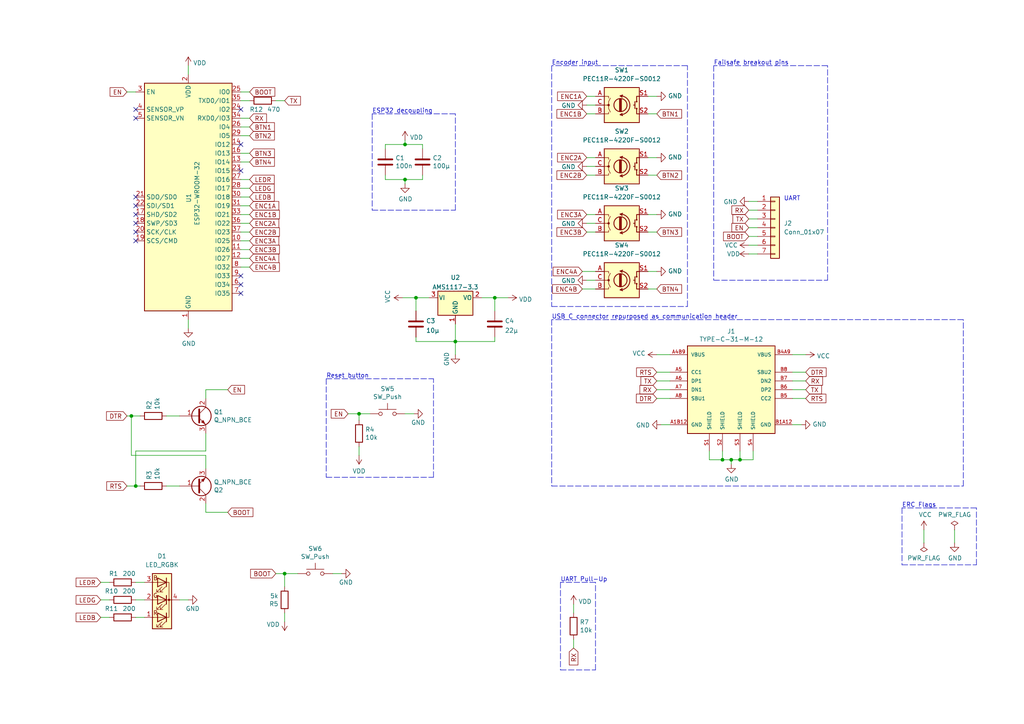
<source format=kicad_sch>
(kicad_sch (version 20211123) (generator eeschema)

  (uuid 98acd83f-4dce-487c-abdd-74c105628a17)

  (paper "A4")

  (title_block
    (title "Heliox Console")
    (date "2021-08-10")
    (rev "v00")
    (comment 4 "Author: GHOSCHT")
  )

  (lib_symbols
    (symbol "Connector_Generic:Conn_01x07" (pin_names (offset 1.016) hide) (in_bom yes) (on_board yes)
      (property "Reference" "J" (id 0) (at 0 10.16 0)
        (effects (font (size 1.27 1.27)))
      )
      (property "Value" "Conn_01x07" (id 1) (at 0 -10.16 0)
        (effects (font (size 1.27 1.27)))
      )
      (property "Footprint" "" (id 2) (at 0 0 0)
        (effects (font (size 1.27 1.27)) hide)
      )
      (property "Datasheet" "~" (id 3) (at 0 0 0)
        (effects (font (size 1.27 1.27)) hide)
      )
      (property "ki_keywords" "connector" (id 4) (at 0 0 0)
        (effects (font (size 1.27 1.27)) hide)
      )
      (property "ki_description" "Generic connector, single row, 01x07, script generated (kicad-library-utils/schlib/autogen/connector/)" (id 5) (at 0 0 0)
        (effects (font (size 1.27 1.27)) hide)
      )
      (property "ki_fp_filters" "Connector*:*_1x??_*" (id 6) (at 0 0 0)
        (effects (font (size 1.27 1.27)) hide)
      )
      (symbol "Conn_01x07_1_1"
        (rectangle (start -1.27 -7.493) (end 0 -7.747)
          (stroke (width 0.1524) (type default) (color 0 0 0 0))
          (fill (type none))
        )
        (rectangle (start -1.27 -4.953) (end 0 -5.207)
          (stroke (width 0.1524) (type default) (color 0 0 0 0))
          (fill (type none))
        )
        (rectangle (start -1.27 -2.413) (end 0 -2.667)
          (stroke (width 0.1524) (type default) (color 0 0 0 0))
          (fill (type none))
        )
        (rectangle (start -1.27 0.127) (end 0 -0.127)
          (stroke (width 0.1524) (type default) (color 0 0 0 0))
          (fill (type none))
        )
        (rectangle (start -1.27 2.667) (end 0 2.413)
          (stroke (width 0.1524) (type default) (color 0 0 0 0))
          (fill (type none))
        )
        (rectangle (start -1.27 5.207) (end 0 4.953)
          (stroke (width 0.1524) (type default) (color 0 0 0 0))
          (fill (type none))
        )
        (rectangle (start -1.27 7.747) (end 0 7.493)
          (stroke (width 0.1524) (type default) (color 0 0 0 0))
          (fill (type none))
        )
        (rectangle (start -1.27 8.89) (end 1.27 -8.89)
          (stroke (width 0.254) (type default) (color 0 0 0 0))
          (fill (type background))
        )
        (pin passive line (at -5.08 7.62 0) (length 3.81)
          (name "Pin_1" (effects (font (size 1.27 1.27))))
          (number "1" (effects (font (size 1.27 1.27))))
        )
        (pin passive line (at -5.08 5.08 0) (length 3.81)
          (name "Pin_2" (effects (font (size 1.27 1.27))))
          (number "2" (effects (font (size 1.27 1.27))))
        )
        (pin passive line (at -5.08 2.54 0) (length 3.81)
          (name "Pin_3" (effects (font (size 1.27 1.27))))
          (number "3" (effects (font (size 1.27 1.27))))
        )
        (pin passive line (at -5.08 0 0) (length 3.81)
          (name "Pin_4" (effects (font (size 1.27 1.27))))
          (number "4" (effects (font (size 1.27 1.27))))
        )
        (pin passive line (at -5.08 -2.54 0) (length 3.81)
          (name "Pin_5" (effects (font (size 1.27 1.27))))
          (number "5" (effects (font (size 1.27 1.27))))
        )
        (pin passive line (at -5.08 -5.08 0) (length 3.81)
          (name "Pin_6" (effects (font (size 1.27 1.27))))
          (number "6" (effects (font (size 1.27 1.27))))
        )
        (pin passive line (at -5.08 -7.62 0) (length 3.81)
          (name "Pin_7" (effects (font (size 1.27 1.27))))
          (number "7" (effects (font (size 1.27 1.27))))
        )
      )
    )
    (symbol "Device:C" (pin_numbers hide) (pin_names (offset 0.254)) (in_bom yes) (on_board yes)
      (property "Reference" "C" (id 0) (at 0.635 2.54 0)
        (effects (font (size 1.27 1.27)) (justify left))
      )
      (property "Value" "C" (id 1) (at 0.635 -2.54 0)
        (effects (font (size 1.27 1.27)) (justify left))
      )
      (property "Footprint" "" (id 2) (at 0.9652 -3.81 0)
        (effects (font (size 1.27 1.27)) hide)
      )
      (property "Datasheet" "~" (id 3) (at 0 0 0)
        (effects (font (size 1.27 1.27)) hide)
      )
      (property "ki_keywords" "cap capacitor" (id 4) (at 0 0 0)
        (effects (font (size 1.27 1.27)) hide)
      )
      (property "ki_description" "Unpolarized capacitor" (id 5) (at 0 0 0)
        (effects (font (size 1.27 1.27)) hide)
      )
      (property "ki_fp_filters" "C_*" (id 6) (at 0 0 0)
        (effects (font (size 1.27 1.27)) hide)
      )
      (symbol "C_0_1"
        (polyline
          (pts
            (xy -2.032 -0.762)
            (xy 2.032 -0.762)
          )
          (stroke (width 0.508) (type default) (color 0 0 0 0))
          (fill (type none))
        )
        (polyline
          (pts
            (xy -2.032 0.762)
            (xy 2.032 0.762)
          )
          (stroke (width 0.508) (type default) (color 0 0 0 0))
          (fill (type none))
        )
      )
      (symbol "C_1_1"
        (pin passive line (at 0 3.81 270) (length 2.794)
          (name "~" (effects (font (size 1.27 1.27))))
          (number "1" (effects (font (size 1.27 1.27))))
        )
        (pin passive line (at 0 -3.81 90) (length 2.794)
          (name "~" (effects (font (size 1.27 1.27))))
          (number "2" (effects (font (size 1.27 1.27))))
        )
      )
    )
    (symbol "Device:LED_RGBK" (pin_names (offset 0) hide) (in_bom yes) (on_board yes)
      (property "Reference" "D" (id 0) (at 0 9.398 0)
        (effects (font (size 1.27 1.27)))
      )
      (property "Value" "LED_RGBK" (id 1) (at 0 -8.89 0)
        (effects (font (size 1.27 1.27)))
      )
      (property "Footprint" "" (id 2) (at 0 -1.27 0)
        (effects (font (size 1.27 1.27)) hide)
      )
      (property "Datasheet" "~" (id 3) (at 0 -1.27 0)
        (effects (font (size 1.27 1.27)) hide)
      )
      (property "ki_keywords" "LED RGB diode" (id 4) (at 0 0 0)
        (effects (font (size 1.27 1.27)) hide)
      )
      (property "ki_description" "RGB LED, red/green/blue/cathode" (id 5) (at 0 0 0)
        (effects (font (size 1.27 1.27)) hide)
      )
      (property "ki_fp_filters" "LED* LED_SMD:* LED_THT:*" (id 6) (at 0 0 0)
        (effects (font (size 1.27 1.27)) hide)
      )
      (symbol "LED_RGBK_0_0"
        (text "B" (at 1.905 -6.35 0)
          (effects (font (size 1.27 1.27)))
        )
        (text "G" (at 1.905 -1.27 0)
          (effects (font (size 1.27 1.27)))
        )
        (text "R" (at 1.905 3.81 0)
          (effects (font (size 1.27 1.27)))
        )
      )
      (symbol "LED_RGBK_0_1"
        (circle (center -2.032 0) (radius 0.254)
          (stroke (width 0) (type default) (color 0 0 0 0))
          (fill (type outline))
        )
        (polyline
          (pts
            (xy -1.27 -5.08)
            (xy 1.27 -5.08)
          )
          (stroke (width 0) (type default) (color 0 0 0 0))
          (fill (type none))
        )
        (polyline
          (pts
            (xy -1.27 -3.81)
            (xy -1.27 -6.35)
          )
          (stroke (width 0.254) (type default) (color 0 0 0 0))
          (fill (type none))
        )
        (polyline
          (pts
            (xy -1.27 0)
            (xy -2.54 0)
          )
          (stroke (width 0) (type default) (color 0 0 0 0))
          (fill (type none))
        )
        (polyline
          (pts
            (xy -1.27 1.27)
            (xy -1.27 -1.27)
          )
          (stroke (width 0.254) (type default) (color 0 0 0 0))
          (fill (type none))
        )
        (polyline
          (pts
            (xy -1.27 5.08)
            (xy 1.27 5.08)
          )
          (stroke (width 0) (type default) (color 0 0 0 0))
          (fill (type none))
        )
        (polyline
          (pts
            (xy -1.27 6.35)
            (xy -1.27 3.81)
          )
          (stroke (width 0.254) (type default) (color 0 0 0 0))
          (fill (type none))
        )
        (polyline
          (pts
            (xy 1.27 -5.08)
            (xy 2.54 -5.08)
          )
          (stroke (width 0) (type default) (color 0 0 0 0))
          (fill (type none))
        )
        (polyline
          (pts
            (xy 1.27 0)
            (xy -1.27 0)
          )
          (stroke (width 0) (type default) (color 0 0 0 0))
          (fill (type none))
        )
        (polyline
          (pts
            (xy 1.27 0)
            (xy 2.54 0)
          )
          (stroke (width 0) (type default) (color 0 0 0 0))
          (fill (type none))
        )
        (polyline
          (pts
            (xy 1.27 5.08)
            (xy 2.54 5.08)
          )
          (stroke (width 0) (type default) (color 0 0 0 0))
          (fill (type none))
        )
        (polyline
          (pts
            (xy -1.27 1.27)
            (xy -1.27 -1.27)
            (xy -1.27 -1.27)
          )
          (stroke (width 0) (type default) (color 0 0 0 0))
          (fill (type none))
        )
        (polyline
          (pts
            (xy -1.27 6.35)
            (xy -1.27 3.81)
            (xy -1.27 3.81)
          )
          (stroke (width 0) (type default) (color 0 0 0 0))
          (fill (type none))
        )
        (polyline
          (pts
            (xy -1.27 5.08)
            (xy -2.032 5.08)
            (xy -2.032 -5.08)
            (xy -1.016 -5.08)
          )
          (stroke (width 0) (type default) (color 0 0 0 0))
          (fill (type none))
        )
        (polyline
          (pts
            (xy 1.27 -3.81)
            (xy 1.27 -6.35)
            (xy -1.27 -5.08)
            (xy 1.27 -3.81)
          )
          (stroke (width 0.254) (type default) (color 0 0 0 0))
          (fill (type none))
        )
        (polyline
          (pts
            (xy 1.27 1.27)
            (xy 1.27 -1.27)
            (xy -1.27 0)
            (xy 1.27 1.27)
          )
          (stroke (width 0.254) (type default) (color 0 0 0 0))
          (fill (type none))
        )
        (polyline
          (pts
            (xy 1.27 6.35)
            (xy 1.27 3.81)
            (xy -1.27 5.08)
            (xy 1.27 6.35)
          )
          (stroke (width 0.254) (type default) (color 0 0 0 0))
          (fill (type none))
        )
        (polyline
          (pts
            (xy -1.016 -3.81)
            (xy 0.508 -2.286)
            (xy -0.254 -2.286)
            (xy 0.508 -2.286)
            (xy 0.508 -3.048)
          )
          (stroke (width 0) (type default) (color 0 0 0 0))
          (fill (type none))
        )
        (polyline
          (pts
            (xy -1.016 1.27)
            (xy 0.508 2.794)
            (xy -0.254 2.794)
            (xy 0.508 2.794)
            (xy 0.508 2.032)
          )
          (stroke (width 0) (type default) (color 0 0 0 0))
          (fill (type none))
        )
        (polyline
          (pts
            (xy -1.016 6.35)
            (xy 0.508 7.874)
            (xy -0.254 7.874)
            (xy 0.508 7.874)
            (xy 0.508 7.112)
          )
          (stroke (width 0) (type default) (color 0 0 0 0))
          (fill (type none))
        )
        (polyline
          (pts
            (xy 0 -3.81)
            (xy 1.524 -2.286)
            (xy 0.762 -2.286)
            (xy 1.524 -2.286)
            (xy 1.524 -3.048)
          )
          (stroke (width 0) (type default) (color 0 0 0 0))
          (fill (type none))
        )
        (polyline
          (pts
            (xy 0 1.27)
            (xy 1.524 2.794)
            (xy 0.762 2.794)
            (xy 1.524 2.794)
            (xy 1.524 2.032)
          )
          (stroke (width 0) (type default) (color 0 0 0 0))
          (fill (type none))
        )
        (polyline
          (pts
            (xy 0 6.35)
            (xy 1.524 7.874)
            (xy 0.762 7.874)
            (xy 1.524 7.874)
            (xy 1.524 7.112)
          )
          (stroke (width 0) (type default) (color 0 0 0 0))
          (fill (type none))
        )
        (rectangle (start 1.27 -1.27) (end 1.27 1.27)
          (stroke (width 0) (type default) (color 0 0 0 0))
          (fill (type none))
        )
        (rectangle (start 1.27 1.27) (end 1.27 1.27)
          (stroke (width 0) (type default) (color 0 0 0 0))
          (fill (type none))
        )
        (rectangle (start 1.27 3.81) (end 1.27 6.35)
          (stroke (width 0) (type default) (color 0 0 0 0))
          (fill (type none))
        )
        (rectangle (start 1.27 6.35) (end 1.27 6.35)
          (stroke (width 0) (type default) (color 0 0 0 0))
          (fill (type none))
        )
        (rectangle (start 2.794 8.382) (end -2.794 -7.62)
          (stroke (width 0.254) (type default) (color 0 0 0 0))
          (fill (type background))
        )
      )
      (symbol "LED_RGBK_1_1"
        (pin passive line (at 5.08 5.08 180) (length 2.54)
          (name "RA" (effects (font (size 1.27 1.27))))
          (number "1" (effects (font (size 1.27 1.27))))
        )
        (pin passive line (at 5.08 0 180) (length 2.54)
          (name "GA" (effects (font (size 1.27 1.27))))
          (number "2" (effects (font (size 1.27 1.27))))
        )
        (pin passive line (at 5.08 -5.08 180) (length 2.54)
          (name "BA" (effects (font (size 1.27 1.27))))
          (number "3" (effects (font (size 1.27 1.27))))
        )
        (pin passive line (at -5.08 0 0) (length 2.54)
          (name "K" (effects (font (size 1.27 1.27))))
          (number "4" (effects (font (size 1.27 1.27))))
        )
      )
    )
    (symbol "Device:Q_NPN_BCE" (pin_names (offset 0) hide) (in_bom yes) (on_board yes)
      (property "Reference" "Q" (id 0) (at 5.08 1.27 0)
        (effects (font (size 1.27 1.27)) (justify left))
      )
      (property "Value" "Q_NPN_BCE" (id 1) (at 5.08 -1.27 0)
        (effects (font (size 1.27 1.27)) (justify left))
      )
      (property "Footprint" "" (id 2) (at 5.08 2.54 0)
        (effects (font (size 1.27 1.27)) hide)
      )
      (property "Datasheet" "~" (id 3) (at 0 0 0)
        (effects (font (size 1.27 1.27)) hide)
      )
      (property "ki_keywords" "transistor NPN" (id 4) (at 0 0 0)
        (effects (font (size 1.27 1.27)) hide)
      )
      (property "ki_description" "NPN transistor, base/collector/emitter" (id 5) (at 0 0 0)
        (effects (font (size 1.27 1.27)) hide)
      )
      (symbol "Q_NPN_BCE_0_1"
        (polyline
          (pts
            (xy 0.635 0.635)
            (xy 2.54 2.54)
          )
          (stroke (width 0) (type default) (color 0 0 0 0))
          (fill (type none))
        )
        (polyline
          (pts
            (xy 0.635 -0.635)
            (xy 2.54 -2.54)
            (xy 2.54 -2.54)
          )
          (stroke (width 0) (type default) (color 0 0 0 0))
          (fill (type none))
        )
        (polyline
          (pts
            (xy 0.635 1.905)
            (xy 0.635 -1.905)
            (xy 0.635 -1.905)
          )
          (stroke (width 0.508) (type default) (color 0 0 0 0))
          (fill (type none))
        )
        (polyline
          (pts
            (xy 1.27 -1.778)
            (xy 1.778 -1.27)
            (xy 2.286 -2.286)
            (xy 1.27 -1.778)
            (xy 1.27 -1.778)
          )
          (stroke (width 0) (type default) (color 0 0 0 0))
          (fill (type outline))
        )
        (circle (center 1.27 0) (radius 2.8194)
          (stroke (width 0.254) (type default) (color 0 0 0 0))
          (fill (type none))
        )
      )
      (symbol "Q_NPN_BCE_1_1"
        (pin input line (at -5.08 0 0) (length 5.715)
          (name "B" (effects (font (size 1.27 1.27))))
          (number "1" (effects (font (size 1.27 1.27))))
        )
        (pin passive line (at 2.54 5.08 270) (length 2.54)
          (name "C" (effects (font (size 1.27 1.27))))
          (number "2" (effects (font (size 1.27 1.27))))
        )
        (pin passive line (at 2.54 -5.08 90) (length 2.54)
          (name "E" (effects (font (size 1.27 1.27))))
          (number "3" (effects (font (size 1.27 1.27))))
        )
      )
    )
    (symbol "Device:R" (pin_numbers hide) (pin_names (offset 0)) (in_bom yes) (on_board yes)
      (property "Reference" "R" (id 0) (at 2.032 0 90)
        (effects (font (size 1.27 1.27)))
      )
      (property "Value" "R" (id 1) (at 0 0 90)
        (effects (font (size 1.27 1.27)))
      )
      (property "Footprint" "" (id 2) (at -1.778 0 90)
        (effects (font (size 1.27 1.27)) hide)
      )
      (property "Datasheet" "~" (id 3) (at 0 0 0)
        (effects (font (size 1.27 1.27)) hide)
      )
      (property "ki_keywords" "R res resistor" (id 4) (at 0 0 0)
        (effects (font (size 1.27 1.27)) hide)
      )
      (property "ki_description" "Resistor" (id 5) (at 0 0 0)
        (effects (font (size 1.27 1.27)) hide)
      )
      (property "ki_fp_filters" "R_*" (id 6) (at 0 0 0)
        (effects (font (size 1.27 1.27)) hide)
      )
      (symbol "R_0_1"
        (rectangle (start -1.016 -2.54) (end 1.016 2.54)
          (stroke (width 0.254) (type default) (color 0 0 0 0))
          (fill (type none))
        )
      )
      (symbol "R_1_1"
        (pin passive line (at 0 3.81 270) (length 1.27)
          (name "~" (effects (font (size 1.27 1.27))))
          (number "1" (effects (font (size 1.27 1.27))))
        )
        (pin passive line (at 0 -3.81 90) (length 1.27)
          (name "~" (effects (font (size 1.27 1.27))))
          (number "2" (effects (font (size 1.27 1.27))))
        )
      )
    )
    (symbol "Device:RotaryEncoder_Switch" (pin_names (offset 0.254) hide) (in_bom yes) (on_board yes)
      (property "Reference" "SW" (id 0) (at 0 6.604 0)
        (effects (font (size 1.27 1.27)))
      )
      (property "Value" "RotaryEncoder_Switch" (id 1) (at 0 -6.604 0)
        (effects (font (size 1.27 1.27)))
      )
      (property "Footprint" "" (id 2) (at -3.81 4.064 0)
        (effects (font (size 1.27 1.27)) hide)
      )
      (property "Datasheet" "~" (id 3) (at 0 6.604 0)
        (effects (font (size 1.27 1.27)) hide)
      )
      (property "ki_keywords" "rotary switch encoder switch push button" (id 4) (at 0 0 0)
        (effects (font (size 1.27 1.27)) hide)
      )
      (property "ki_description" "Rotary encoder, dual channel, incremental quadrate outputs, with switch" (id 5) (at 0 0 0)
        (effects (font (size 1.27 1.27)) hide)
      )
      (property "ki_fp_filters" "RotaryEncoder*Switch*" (id 6) (at 0 0 0)
        (effects (font (size 1.27 1.27)) hide)
      )
      (symbol "RotaryEncoder_Switch_0_1"
        (rectangle (start -5.08 5.08) (end 5.08 -5.08)
          (stroke (width 0.254) (type default) (color 0 0 0 0))
          (fill (type background))
        )
        (circle (center -3.81 0) (radius 0.254)
          (stroke (width 0) (type default) (color 0 0 0 0))
          (fill (type outline))
        )
        (arc (start -0.381 -2.794) (mid 2.3622 -0.0635) (end -0.381 2.667)
          (stroke (width 0.254) (type default) (color 0 0 0 0))
          (fill (type none))
        )
        (circle (center -0.381 0) (radius 1.905)
          (stroke (width 0.254) (type default) (color 0 0 0 0))
          (fill (type none))
        )
        (polyline
          (pts
            (xy -0.635 -1.778)
            (xy -0.635 1.778)
          )
          (stroke (width 0.254) (type default) (color 0 0 0 0))
          (fill (type none))
        )
        (polyline
          (pts
            (xy -0.381 -1.778)
            (xy -0.381 1.778)
          )
          (stroke (width 0.254) (type default) (color 0 0 0 0))
          (fill (type none))
        )
        (polyline
          (pts
            (xy -0.127 1.778)
            (xy -0.127 -1.778)
          )
          (stroke (width 0.254) (type default) (color 0 0 0 0))
          (fill (type none))
        )
        (polyline
          (pts
            (xy 3.81 0)
            (xy 3.429 0)
          )
          (stroke (width 0.254) (type default) (color 0 0 0 0))
          (fill (type none))
        )
        (polyline
          (pts
            (xy 3.81 1.016)
            (xy 3.81 -1.016)
          )
          (stroke (width 0.254) (type default) (color 0 0 0 0))
          (fill (type none))
        )
        (polyline
          (pts
            (xy -5.08 -2.54)
            (xy -3.81 -2.54)
            (xy -3.81 -2.032)
          )
          (stroke (width 0) (type default) (color 0 0 0 0))
          (fill (type none))
        )
        (polyline
          (pts
            (xy -5.08 2.54)
            (xy -3.81 2.54)
            (xy -3.81 2.032)
          )
          (stroke (width 0) (type default) (color 0 0 0 0))
          (fill (type none))
        )
        (polyline
          (pts
            (xy 0.254 -3.048)
            (xy -0.508 -2.794)
            (xy 0.127 -2.413)
          )
          (stroke (width 0.254) (type default) (color 0 0 0 0))
          (fill (type none))
        )
        (polyline
          (pts
            (xy 0.254 2.921)
            (xy -0.508 2.667)
            (xy 0.127 2.286)
          )
          (stroke (width 0.254) (type default) (color 0 0 0 0))
          (fill (type none))
        )
        (polyline
          (pts
            (xy 5.08 -2.54)
            (xy 4.318 -2.54)
            (xy 4.318 -1.016)
          )
          (stroke (width 0.254) (type default) (color 0 0 0 0))
          (fill (type none))
        )
        (polyline
          (pts
            (xy 5.08 2.54)
            (xy 4.318 2.54)
            (xy 4.318 1.016)
          )
          (stroke (width 0.254) (type default) (color 0 0 0 0))
          (fill (type none))
        )
        (polyline
          (pts
            (xy -5.08 0)
            (xy -3.81 0)
            (xy -3.81 -1.016)
            (xy -3.302 -2.032)
          )
          (stroke (width 0) (type default) (color 0 0 0 0))
          (fill (type none))
        )
        (polyline
          (pts
            (xy -4.318 0)
            (xy -3.81 0)
            (xy -3.81 1.016)
            (xy -3.302 2.032)
          )
          (stroke (width 0) (type default) (color 0 0 0 0))
          (fill (type none))
        )
        (circle (center 4.318 -1.016) (radius 0.127)
          (stroke (width 0.254) (type default) (color 0 0 0 0))
          (fill (type none))
        )
        (circle (center 4.318 1.016) (radius 0.127)
          (stroke (width 0.254) (type default) (color 0 0 0 0))
          (fill (type none))
        )
      )
      (symbol "RotaryEncoder_Switch_1_1"
        (pin passive line (at -7.62 2.54 0) (length 2.54)
          (name "A" (effects (font (size 1.27 1.27))))
          (number "A" (effects (font (size 1.27 1.27))))
        )
        (pin passive line (at -7.62 -2.54 0) (length 2.54)
          (name "B" (effects (font (size 1.27 1.27))))
          (number "B" (effects (font (size 1.27 1.27))))
        )
        (pin passive line (at -7.62 0 0) (length 2.54)
          (name "C" (effects (font (size 1.27 1.27))))
          (number "C" (effects (font (size 1.27 1.27))))
        )
        (pin passive line (at 7.62 2.54 180) (length 2.54)
          (name "S1" (effects (font (size 1.27 1.27))))
          (number "S1" (effects (font (size 1.27 1.27))))
        )
        (pin passive line (at 7.62 -2.54 180) (length 2.54)
          (name "S2" (effects (font (size 1.27 1.27))))
          (number "S2" (effects (font (size 1.27 1.27))))
        )
      )
    )
    (symbol "RF_Module:ESP32-WROOM-32" (in_bom yes) (on_board yes)
      (property "Reference" "U" (id 0) (at -12.7 34.29 0)
        (effects (font (size 1.27 1.27)) (justify left))
      )
      (property "Value" "ESP32-WROOM-32" (id 1) (at 1.27 34.29 0)
        (effects (font (size 1.27 1.27)) (justify left))
      )
      (property "Footprint" "RF_Module:ESP32-WROOM-32" (id 2) (at 0 -38.1 0)
        (effects (font (size 1.27 1.27)) hide)
      )
      (property "Datasheet" "https://www.espressif.com/sites/default/files/documentation/esp32-wroom-32_datasheet_en.pdf" (id 3) (at -7.62 1.27 0)
        (effects (font (size 1.27 1.27)) hide)
      )
      (property "ki_keywords" "RF Radio BT ESP ESP32 Espressif onboard PCB antenna" (id 4) (at 0 0 0)
        (effects (font (size 1.27 1.27)) hide)
      )
      (property "ki_description" "RF Module, ESP32-D0WDQ6 SoC, Wi-Fi 802.11b/g/n, Bluetooth, BLE, 32-bit, 2.7-3.6V, onboard antenna, SMD" (id 5) (at 0 0 0)
        (effects (font (size 1.27 1.27)) hide)
      )
      (property "ki_fp_filters" "ESP32?WROOM?32*" (id 6) (at 0 0 0)
        (effects (font (size 1.27 1.27)) hide)
      )
      (symbol "ESP32-WROOM-32_0_1"
        (rectangle (start -12.7 33.02) (end 12.7 -33.02)
          (stroke (width 0.254) (type default) (color 0 0 0 0))
          (fill (type background))
        )
      )
      (symbol "ESP32-WROOM-32_1_1"
        (pin power_in line (at 0 -35.56 90) (length 2.54)
          (name "GND" (effects (font (size 1.27 1.27))))
          (number "1" (effects (font (size 1.27 1.27))))
        )
        (pin bidirectional line (at 15.24 -12.7 180) (length 2.54)
          (name "IO25" (effects (font (size 1.27 1.27))))
          (number "10" (effects (font (size 1.27 1.27))))
        )
        (pin bidirectional line (at 15.24 -15.24 180) (length 2.54)
          (name "IO26" (effects (font (size 1.27 1.27))))
          (number "11" (effects (font (size 1.27 1.27))))
        )
        (pin bidirectional line (at 15.24 -17.78 180) (length 2.54)
          (name "IO27" (effects (font (size 1.27 1.27))))
          (number "12" (effects (font (size 1.27 1.27))))
        )
        (pin bidirectional line (at 15.24 10.16 180) (length 2.54)
          (name "IO14" (effects (font (size 1.27 1.27))))
          (number "13" (effects (font (size 1.27 1.27))))
        )
        (pin bidirectional line (at 15.24 15.24 180) (length 2.54)
          (name "IO12" (effects (font (size 1.27 1.27))))
          (number "14" (effects (font (size 1.27 1.27))))
        )
        (pin passive line (at 0 -35.56 90) (length 2.54) hide
          (name "GND" (effects (font (size 1.27 1.27))))
          (number "15" (effects (font (size 1.27 1.27))))
        )
        (pin bidirectional line (at 15.24 12.7 180) (length 2.54)
          (name "IO13" (effects (font (size 1.27 1.27))))
          (number "16" (effects (font (size 1.27 1.27))))
        )
        (pin bidirectional line (at -15.24 -5.08 0) (length 2.54)
          (name "SHD/SD2" (effects (font (size 1.27 1.27))))
          (number "17" (effects (font (size 1.27 1.27))))
        )
        (pin bidirectional line (at -15.24 -7.62 0) (length 2.54)
          (name "SWP/SD3" (effects (font (size 1.27 1.27))))
          (number "18" (effects (font (size 1.27 1.27))))
        )
        (pin bidirectional line (at -15.24 -12.7 0) (length 2.54)
          (name "SCS/CMD" (effects (font (size 1.27 1.27))))
          (number "19" (effects (font (size 1.27 1.27))))
        )
        (pin power_in line (at 0 35.56 270) (length 2.54)
          (name "VDD" (effects (font (size 1.27 1.27))))
          (number "2" (effects (font (size 1.27 1.27))))
        )
        (pin bidirectional line (at -15.24 -10.16 0) (length 2.54)
          (name "SCK/CLK" (effects (font (size 1.27 1.27))))
          (number "20" (effects (font (size 1.27 1.27))))
        )
        (pin bidirectional line (at -15.24 0 0) (length 2.54)
          (name "SDO/SD0" (effects (font (size 1.27 1.27))))
          (number "21" (effects (font (size 1.27 1.27))))
        )
        (pin bidirectional line (at -15.24 -2.54 0) (length 2.54)
          (name "SDI/SD1" (effects (font (size 1.27 1.27))))
          (number "22" (effects (font (size 1.27 1.27))))
        )
        (pin bidirectional line (at 15.24 7.62 180) (length 2.54)
          (name "IO15" (effects (font (size 1.27 1.27))))
          (number "23" (effects (font (size 1.27 1.27))))
        )
        (pin bidirectional line (at 15.24 25.4 180) (length 2.54)
          (name "IO2" (effects (font (size 1.27 1.27))))
          (number "24" (effects (font (size 1.27 1.27))))
        )
        (pin bidirectional line (at 15.24 30.48 180) (length 2.54)
          (name "IO0" (effects (font (size 1.27 1.27))))
          (number "25" (effects (font (size 1.27 1.27))))
        )
        (pin bidirectional line (at 15.24 20.32 180) (length 2.54)
          (name "IO4" (effects (font (size 1.27 1.27))))
          (number "26" (effects (font (size 1.27 1.27))))
        )
        (pin bidirectional line (at 15.24 5.08 180) (length 2.54)
          (name "IO16" (effects (font (size 1.27 1.27))))
          (number "27" (effects (font (size 1.27 1.27))))
        )
        (pin bidirectional line (at 15.24 2.54 180) (length 2.54)
          (name "IO17" (effects (font (size 1.27 1.27))))
          (number "28" (effects (font (size 1.27 1.27))))
        )
        (pin bidirectional line (at 15.24 17.78 180) (length 2.54)
          (name "IO5" (effects (font (size 1.27 1.27))))
          (number "29" (effects (font (size 1.27 1.27))))
        )
        (pin input line (at -15.24 30.48 0) (length 2.54)
          (name "EN" (effects (font (size 1.27 1.27))))
          (number "3" (effects (font (size 1.27 1.27))))
        )
        (pin bidirectional line (at 15.24 0 180) (length 2.54)
          (name "IO18" (effects (font (size 1.27 1.27))))
          (number "30" (effects (font (size 1.27 1.27))))
        )
        (pin bidirectional line (at 15.24 -2.54 180) (length 2.54)
          (name "IO19" (effects (font (size 1.27 1.27))))
          (number "31" (effects (font (size 1.27 1.27))))
        )
        (pin no_connect line (at -12.7 -27.94 0) (length 2.54) hide
          (name "NC" (effects (font (size 1.27 1.27))))
          (number "32" (effects (font (size 1.27 1.27))))
        )
        (pin bidirectional line (at 15.24 -5.08 180) (length 2.54)
          (name "IO21" (effects (font (size 1.27 1.27))))
          (number "33" (effects (font (size 1.27 1.27))))
        )
        (pin bidirectional line (at 15.24 22.86 180) (length 2.54)
          (name "RXD0/IO3" (effects (font (size 1.27 1.27))))
          (number "34" (effects (font (size 1.27 1.27))))
        )
        (pin bidirectional line (at 15.24 27.94 180) (length 2.54)
          (name "TXD0/IO1" (effects (font (size 1.27 1.27))))
          (number "35" (effects (font (size 1.27 1.27))))
        )
        (pin bidirectional line (at 15.24 -7.62 180) (length 2.54)
          (name "IO22" (effects (font (size 1.27 1.27))))
          (number "36" (effects (font (size 1.27 1.27))))
        )
        (pin bidirectional line (at 15.24 -10.16 180) (length 2.54)
          (name "IO23" (effects (font (size 1.27 1.27))))
          (number "37" (effects (font (size 1.27 1.27))))
        )
        (pin passive line (at 0 -35.56 90) (length 2.54) hide
          (name "GND" (effects (font (size 1.27 1.27))))
          (number "38" (effects (font (size 1.27 1.27))))
        )
        (pin passive line (at 0 -35.56 90) (length 2.54) hide
          (name "GND" (effects (font (size 1.27 1.27))))
          (number "39" (effects (font (size 1.27 1.27))))
        )
        (pin input line (at -15.24 25.4 0) (length 2.54)
          (name "SENSOR_VP" (effects (font (size 1.27 1.27))))
          (number "4" (effects (font (size 1.27 1.27))))
        )
        (pin input line (at -15.24 22.86 0) (length 2.54)
          (name "SENSOR_VN" (effects (font (size 1.27 1.27))))
          (number "5" (effects (font (size 1.27 1.27))))
        )
        (pin input line (at 15.24 -25.4 180) (length 2.54)
          (name "IO34" (effects (font (size 1.27 1.27))))
          (number "6" (effects (font (size 1.27 1.27))))
        )
        (pin input line (at 15.24 -27.94 180) (length 2.54)
          (name "IO35" (effects (font (size 1.27 1.27))))
          (number "7" (effects (font (size 1.27 1.27))))
        )
        (pin bidirectional line (at 15.24 -20.32 180) (length 2.54)
          (name "IO32" (effects (font (size 1.27 1.27))))
          (number "8" (effects (font (size 1.27 1.27))))
        )
        (pin bidirectional line (at 15.24 -22.86 180) (length 2.54)
          (name "IO33" (effects (font (size 1.27 1.27))))
          (number "9" (effects (font (size 1.27 1.27))))
        )
      )
    )
    (symbol "Regulator_Linear:AMS1117-3.3" (pin_names (offset 0.254)) (in_bom yes) (on_board yes)
      (property "Reference" "U" (id 0) (at -3.81 3.175 0)
        (effects (font (size 1.27 1.27)))
      )
      (property "Value" "AMS1117-3.3" (id 1) (at 0 3.175 0)
        (effects (font (size 1.27 1.27)) (justify left))
      )
      (property "Footprint" "Package_TO_SOT_SMD:SOT-223-3_TabPin2" (id 2) (at 0 5.08 0)
        (effects (font (size 1.27 1.27)) hide)
      )
      (property "Datasheet" "http://www.advanced-monolithic.com/pdf/ds1117.pdf" (id 3) (at 2.54 -6.35 0)
        (effects (font (size 1.27 1.27)) hide)
      )
      (property "ki_keywords" "linear regulator ldo fixed positive" (id 4) (at 0 0 0)
        (effects (font (size 1.27 1.27)) hide)
      )
      (property "ki_description" "1A Low Dropout regulator, positive, 3.3V fixed output, SOT-223" (id 5) (at 0 0 0)
        (effects (font (size 1.27 1.27)) hide)
      )
      (property "ki_fp_filters" "SOT?223*TabPin2*" (id 6) (at 0 0 0)
        (effects (font (size 1.27 1.27)) hide)
      )
      (symbol "AMS1117-3.3_0_1"
        (rectangle (start -5.08 -5.08) (end 5.08 1.905)
          (stroke (width 0.254) (type default) (color 0 0 0 0))
          (fill (type background))
        )
      )
      (symbol "AMS1117-3.3_1_1"
        (pin power_in line (at 0 -7.62 90) (length 2.54)
          (name "GND" (effects (font (size 1.27 1.27))))
          (number "1" (effects (font (size 1.27 1.27))))
        )
        (pin power_out line (at 7.62 0 180) (length 2.54)
          (name "VO" (effects (font (size 1.27 1.27))))
          (number "2" (effects (font (size 1.27 1.27))))
        )
        (pin power_in line (at -7.62 0 0) (length 2.54)
          (name "VI" (effects (font (size 1.27 1.27))))
          (number "3" (effects (font (size 1.27 1.27))))
        )
      )
    )
    (symbol "Switch:SW_Push" (pin_numbers hide) (pin_names (offset 1.016) hide) (in_bom yes) (on_board yes)
      (property "Reference" "SW" (id 0) (at 1.27 2.54 0)
        (effects (font (size 1.27 1.27)) (justify left))
      )
      (property "Value" "SW_Push" (id 1) (at 0 -1.524 0)
        (effects (font (size 1.27 1.27)))
      )
      (property "Footprint" "" (id 2) (at 0 5.08 0)
        (effects (font (size 1.27 1.27)) hide)
      )
      (property "Datasheet" "~" (id 3) (at 0 5.08 0)
        (effects (font (size 1.27 1.27)) hide)
      )
      (property "ki_keywords" "switch normally-open pushbutton push-button" (id 4) (at 0 0 0)
        (effects (font (size 1.27 1.27)) hide)
      )
      (property "ki_description" "Push button switch, generic, two pins" (id 5) (at 0 0 0)
        (effects (font (size 1.27 1.27)) hide)
      )
      (symbol "SW_Push_0_1"
        (circle (center -2.032 0) (radius 0.508)
          (stroke (width 0) (type default) (color 0 0 0 0))
          (fill (type none))
        )
        (polyline
          (pts
            (xy 0 1.27)
            (xy 0 3.048)
          )
          (stroke (width 0) (type default) (color 0 0 0 0))
          (fill (type none))
        )
        (polyline
          (pts
            (xy 2.54 1.27)
            (xy -2.54 1.27)
          )
          (stroke (width 0) (type default) (color 0 0 0 0))
          (fill (type none))
        )
        (circle (center 2.032 0) (radius 0.508)
          (stroke (width 0) (type default) (color 0 0 0 0))
          (fill (type none))
        )
        (pin passive line (at -5.08 0 0) (length 2.54)
          (name "1" (effects (font (size 1.27 1.27))))
          (number "1" (effects (font (size 1.27 1.27))))
        )
        (pin passive line (at 5.08 0 180) (length 2.54)
          (name "2" (effects (font (size 1.27 1.27))))
          (number "2" (effects (font (size 1.27 1.27))))
        )
      )
    )
    (symbol "TYPE-C-31-M-12:TYPE-C-31-M-12" (pin_names (offset 1.016)) (in_bom yes) (on_board yes)
      (property "Reference" "J" (id 0) (at -1.27 15.24 0)
        (effects (font (size 1.27 1.27)) (justify left bottom))
      )
      (property "Value" "TYPE-C-31-M-12" (id 1) (at -10.16 13.208 0)
        (effects (font (size 1.27 1.27)) (justify left bottom))
      )
      (property "Footprint" "HRO_TYPE-C-31-M-12" (id 2) (at 0 0 0)
        (effects (font (size 1.27 1.27)) (justify left bottom) hide)
      )
      (property "Datasheet" "" (id 3) (at 0 0 0)
        (effects (font (size 1.27 1.27)) (justify left bottom) hide)
      )
      (property "MAXIMUM_PACKAGE_HEIGHT" "3.31mm" (id 4) (at 0 0 0)
        (effects (font (size 1.27 1.27)) (justify left bottom) hide)
      )
      (property "STANDARD" "Manufacturer Recommendations" (id 5) (at 0 0 0)
        (effects (font (size 1.27 1.27)) (justify left bottom) hide)
      )
      (property "PARTREV" "A" (id 6) (at 0 0 0)
        (effects (font (size 1.27 1.27)) (justify left bottom) hide)
      )
      (property "MANUFACTURER" "HRO Electronics" (id 7) (at 0 0 0)
        (effects (font (size 1.27 1.27)) (justify left bottom) hide)
      )
      (property "ki_locked" "" (id 8) (at 0 0 0)
        (effects (font (size 1.27 1.27)))
      )
      (symbol "TYPE-C-31-M-12_0_0"
        (rectangle (start -12.7 -12.7) (end 12.7 12.7)
          (stroke (width 0.254) (type default) (color 0 0 0 0))
          (fill (type background))
        )
        (pin power_in line (at -17.78 -10.16 0) (length 5.08)
          (name "GND" (effects (font (size 1.016 1.016))))
          (number "A1B12" (effects (font (size 1.016 1.016))))
        )
        (pin power_in line (at -17.78 10.16 0) (length 5.08)
          (name "VBUS" (effects (font (size 1.016 1.016))))
          (number "A4B9" (effects (font (size 1.016 1.016))))
        )
        (pin bidirectional line (at -17.78 5.08 0) (length 5.08)
          (name "CC1" (effects (font (size 1.016 1.016))))
          (number "A5" (effects (font (size 1.016 1.016))))
        )
        (pin bidirectional line (at -17.78 2.54 0) (length 5.08)
          (name "DP1" (effects (font (size 1.016 1.016))))
          (number "A6" (effects (font (size 1.016 1.016))))
        )
        (pin bidirectional line (at -17.78 0 0) (length 5.08)
          (name "DN1" (effects (font (size 1.016 1.016))))
          (number "A7" (effects (font (size 1.016 1.016))))
        )
        (pin bidirectional line (at -17.78 -2.54 0) (length 5.08)
          (name "SBU1" (effects (font (size 1.016 1.016))))
          (number "A8" (effects (font (size 1.016 1.016))))
        )
        (pin power_in line (at 17.78 -10.16 180) (length 5.08)
          (name "GND" (effects (font (size 1.016 1.016))))
          (number "B1A12" (effects (font (size 1.016 1.016))))
        )
        (pin power_in line (at 17.78 10.16 180) (length 5.08)
          (name "VBUS" (effects (font (size 1.016 1.016))))
          (number "B4A9" (effects (font (size 1.016 1.016))))
        )
        (pin bidirectional line (at 17.78 -2.54 180) (length 5.08)
          (name "CC2" (effects (font (size 1.016 1.016))))
          (number "B5" (effects (font (size 1.016 1.016))))
        )
        (pin bidirectional line (at 17.78 0 180) (length 5.08)
          (name "DP2" (effects (font (size 1.016 1.016))))
          (number "B6" (effects (font (size 1.016 1.016))))
        )
        (pin bidirectional line (at 17.78 2.54 180) (length 5.08)
          (name "DN2" (effects (font (size 1.016 1.016))))
          (number "B7" (effects (font (size 1.016 1.016))))
        )
        (pin bidirectional line (at 17.78 5.08 180) (length 5.08)
          (name "SBU2" (effects (font (size 1.016 1.016))))
          (number "B8" (effects (font (size 1.016 1.016))))
        )
        (pin passive line (at -6.35 -17.78 90) (length 5.08)
          (name "SHIELD" (effects (font (size 1.016 1.016))))
          (number "S1" (effects (font (size 1.016 1.016))))
        )
        (pin passive line (at -2.54 -17.78 90) (length 5.08)
          (name "SHIELD" (effects (font (size 1.016 1.016))))
          (number "S2" (effects (font (size 1.016 1.016))))
        )
        (pin passive line (at 2.54 -17.78 90) (length 5.08)
          (name "SHIELD" (effects (font (size 1.016 1.016))))
          (number "S3" (effects (font (size 1.016 1.016))))
        )
        (pin passive line (at 6.35 -17.78 90) (length 5.08)
          (name "SHIELD" (effects (font (size 1.016 1.016))))
          (number "S4" (effects (font (size 1.016 1.016))))
        )
      )
    )
    (symbol "power:GND" (power) (pin_names (offset 0)) (in_bom yes) (on_board yes)
      (property "Reference" "#PWR" (id 0) (at 0 -6.35 0)
        (effects (font (size 1.27 1.27)) hide)
      )
      (property "Value" "GND" (id 1) (at 0 -3.81 0)
        (effects (font (size 1.27 1.27)))
      )
      (property "Footprint" "" (id 2) (at 0 0 0)
        (effects (font (size 1.27 1.27)) hide)
      )
      (property "Datasheet" "" (id 3) (at 0 0 0)
        (effects (font (size 1.27 1.27)) hide)
      )
      (property "ki_keywords" "power-flag" (id 4) (at 0 0 0)
        (effects (font (size 1.27 1.27)) hide)
      )
      (property "ki_description" "Power symbol creates a global label with name \"GND\" , ground" (id 5) (at 0 0 0)
        (effects (font (size 1.27 1.27)) hide)
      )
      (symbol "GND_0_1"
        (polyline
          (pts
            (xy 0 0)
            (xy 0 -1.27)
            (xy 1.27 -1.27)
            (xy 0 -2.54)
            (xy -1.27 -1.27)
            (xy 0 -1.27)
          )
          (stroke (width 0) (type default) (color 0 0 0 0))
          (fill (type none))
        )
      )
      (symbol "GND_1_1"
        (pin power_in line (at 0 0 270) (length 0) hide
          (name "GND" (effects (font (size 1.27 1.27))))
          (number "1" (effects (font (size 1.27 1.27))))
        )
      )
    )
    (symbol "power:PWR_FLAG" (power) (pin_numbers hide) (pin_names (offset 0) hide) (in_bom yes) (on_board yes)
      (property "Reference" "#FLG" (id 0) (at 0 1.905 0)
        (effects (font (size 1.27 1.27)) hide)
      )
      (property "Value" "PWR_FLAG" (id 1) (at 0 3.81 0)
        (effects (font (size 1.27 1.27)))
      )
      (property "Footprint" "" (id 2) (at 0 0 0)
        (effects (font (size 1.27 1.27)) hide)
      )
      (property "Datasheet" "~" (id 3) (at 0 0 0)
        (effects (font (size 1.27 1.27)) hide)
      )
      (property "ki_keywords" "power-flag" (id 4) (at 0 0 0)
        (effects (font (size 1.27 1.27)) hide)
      )
      (property "ki_description" "Special symbol for telling ERC where power comes from" (id 5) (at 0 0 0)
        (effects (font (size 1.27 1.27)) hide)
      )
      (symbol "PWR_FLAG_0_0"
        (pin power_out line (at 0 0 90) (length 0)
          (name "pwr" (effects (font (size 1.27 1.27))))
          (number "1" (effects (font (size 1.27 1.27))))
        )
      )
      (symbol "PWR_FLAG_0_1"
        (polyline
          (pts
            (xy 0 0)
            (xy 0 1.27)
            (xy -1.016 1.905)
            (xy 0 2.54)
            (xy 1.016 1.905)
            (xy 0 1.27)
          )
          (stroke (width 0) (type default) (color 0 0 0 0))
          (fill (type none))
        )
      )
    )
    (symbol "power:VCC" (power) (pin_names (offset 0)) (in_bom yes) (on_board yes)
      (property "Reference" "#PWR" (id 0) (at 0 -3.81 0)
        (effects (font (size 1.27 1.27)) hide)
      )
      (property "Value" "VCC" (id 1) (at 0 3.81 0)
        (effects (font (size 1.27 1.27)))
      )
      (property "Footprint" "" (id 2) (at 0 0 0)
        (effects (font (size 1.27 1.27)) hide)
      )
      (property "Datasheet" "" (id 3) (at 0 0 0)
        (effects (font (size 1.27 1.27)) hide)
      )
      (property "ki_keywords" "power-flag" (id 4) (at 0 0 0)
        (effects (font (size 1.27 1.27)) hide)
      )
      (property "ki_description" "Power symbol creates a global label with name \"VCC\"" (id 5) (at 0 0 0)
        (effects (font (size 1.27 1.27)) hide)
      )
      (symbol "VCC_0_1"
        (polyline
          (pts
            (xy -0.762 1.27)
            (xy 0 2.54)
          )
          (stroke (width 0) (type default) (color 0 0 0 0))
          (fill (type none))
        )
        (polyline
          (pts
            (xy 0 0)
            (xy 0 2.54)
          )
          (stroke (width 0) (type default) (color 0 0 0 0))
          (fill (type none))
        )
        (polyline
          (pts
            (xy 0 2.54)
            (xy 0.762 1.27)
          )
          (stroke (width 0) (type default) (color 0 0 0 0))
          (fill (type none))
        )
      )
      (symbol "VCC_1_1"
        (pin power_in line (at 0 0 90) (length 0) hide
          (name "VCC" (effects (font (size 1.27 1.27))))
          (number "1" (effects (font (size 1.27 1.27))))
        )
      )
    )
    (symbol "power:VDD" (power) (pin_names (offset 0)) (in_bom yes) (on_board yes)
      (property "Reference" "#PWR" (id 0) (at 0 -3.81 0)
        (effects (font (size 1.27 1.27)) hide)
      )
      (property "Value" "VDD" (id 1) (at 0 3.81 0)
        (effects (font (size 1.27 1.27)))
      )
      (property "Footprint" "" (id 2) (at 0 0 0)
        (effects (font (size 1.27 1.27)) hide)
      )
      (property "Datasheet" "" (id 3) (at 0 0 0)
        (effects (font (size 1.27 1.27)) hide)
      )
      (property "ki_keywords" "power-flag" (id 4) (at 0 0 0)
        (effects (font (size 1.27 1.27)) hide)
      )
      (property "ki_description" "Power symbol creates a global label with name \"VDD\"" (id 5) (at 0 0 0)
        (effects (font (size 1.27 1.27)) hide)
      )
      (symbol "VDD_0_1"
        (polyline
          (pts
            (xy -0.762 1.27)
            (xy 0 2.54)
          )
          (stroke (width 0) (type default) (color 0 0 0 0))
          (fill (type none))
        )
        (polyline
          (pts
            (xy 0 0)
            (xy 0 2.54)
          )
          (stroke (width 0) (type default) (color 0 0 0 0))
          (fill (type none))
        )
        (polyline
          (pts
            (xy 0 2.54)
            (xy 0.762 1.27)
          )
          (stroke (width 0) (type default) (color 0 0 0 0))
          (fill (type none))
        )
      )
      (symbol "VDD_1_1"
        (pin power_in line (at 0 0 90) (length 0) hide
          (name "VDD" (effects (font (size 1.27 1.27))))
          (number "1" (effects (font (size 1.27 1.27))))
        )
      )
    )
  )

  (junction (at 82.55 166.37) (diameter 0) (color 0 0 0 0)
    (uuid 02b6e651-d384-4f04-84a9-3519ce5127b2)
  )
  (junction (at 104.14 120.015) (diameter 0) (color 0 0 0 0)
    (uuid 19c164af-3718-4d08-96f5-4954d2b0358a)
  )
  (junction (at 143.51 86.36) (diameter 0) (color 0 0 0 0)
    (uuid 1a73b331-918f-4992-9b74-c94781e79349)
  )
  (junction (at 38.1 120.65) (diameter 0) (color 0 0 0 0)
    (uuid 3355c719-b230-4335-b644-39419e869c74)
  )
  (junction (at 117.475 41.91) (diameter 0) (color 0 0 0 0)
    (uuid 34bf004f-da78-469b-9728-3a66aaa3a5ad)
  )
  (junction (at 117.475 52.07) (diameter 0) (color 0 0 0 0)
    (uuid 42283e29-fd28-41f1-adf9-d989a0364d26)
  )
  (junction (at 214.63 133.35) (diameter 0) (color 0 0 0 0)
    (uuid 4774346b-c926-42c1-86c0-3123ea91637b)
  )
  (junction (at 209.55 133.35) (diameter 0) (color 0 0 0 0)
    (uuid 59212164-bb65-4463-9fb7-7fc202060e6d)
  )
  (junction (at 212.09 133.35) (diameter 0) (color 0 0 0 0)
    (uuid 69caeb27-a84f-4005-a955-2a09e462a644)
  )
  (junction (at 120.65 86.36) (diameter 0) (color 0 0 0 0)
    (uuid a1554c7a-bc7c-4bc1-8177-278dc0d40511)
  )
  (junction (at 132.08 99.06) (diameter 0) (color 0 0 0 0)
    (uuid b2b39b97-8e46-46fb-bf24-5dcca57640f3)
  )
  (junction (at 39.37 140.97) (diameter 0) (color 0 0 0 0)
    (uuid e66a30ce-e256-4d3e-a76d-ab7faf5ec518)
  )

  (no_connect (at 69.85 41.91) (uuid 5823e11b-b9e0-4244-8371-4459a5f9a7cf))
  (no_connect (at 69.85 49.53) (uuid 5823e11b-b9e0-4244-8371-4459a5f9a7d0))
  (no_connect (at 39.37 31.75) (uuid 59818e06-d4b9-4bc0-9491-2328afae06df))
  (no_connect (at 39.37 57.15) (uuid 6e344678-e751-4f17-9459-2ae5207f10a9))
  (no_connect (at 39.37 69.85) (uuid 6e7fd5f9-82c0-45ff-a403-c930e84340e2))
  (no_connect (at 39.37 62.23) (uuid 7652fc6c-b756-4138-8981-5b35db1b608c))
  (no_connect (at 39.37 64.77) (uuid 7652fc6c-b756-4138-8981-5b35db1b608d))
  (no_connect (at 69.85 82.55) (uuid 7e159be9-3a94-4464-b137-1a0ac2f6f51f))
  (no_connect (at 69.85 80.01) (uuid 7e159be9-3a94-4464-b137-1a0ac2f6f520))
  (no_connect (at 69.85 85.09) (uuid 7e159be9-3a94-4464-b137-1a0ac2f6f521))
  (no_connect (at 69.85 31.75) (uuid 81df9a71-9abf-464f-927d-364ddc97f96b))
  (no_connect (at 39.37 67.31) (uuid a6fa7d41-148e-46a6-824a-afc345091146))
  (no_connect (at 39.37 34.29) (uuid b9298e30-fed3-4ab8-ad2b-5d2918a75050))
  (no_connect (at 39.37 59.69) (uuid d726ff02-1ce8-4396-9ca3-0c1660ac705e))

  (wire (pts (xy 143.51 97.79) (xy 143.51 99.06))
    (stroke (width 0) (type default) (color 0 0 0 0))
    (uuid 00e782cf-932d-40be-97cf-72d7d76fdcc2)
  )
  (wire (pts (xy 187.96 67.31) (xy 190.5 67.31))
    (stroke (width 0) (type default) (color 0 0 0 0))
    (uuid 04a5aac8-1112-4901-a179-bdd873a14cdf)
  )
  (wire (pts (xy 39.37 173.99) (xy 41.91 173.99))
    (stroke (width 0) (type default) (color 0 0 0 0))
    (uuid 05eb9805-5624-471f-9d01-0839c897b213)
  )
  (polyline (pts (xy 160.02 140.97) (xy 279.4 140.97))
    (stroke (width 0) (type default) (color 0 0 0 0))
    (uuid 06635ba7-d097-4781-a022-3b86d8a6f937)
  )

  (wire (pts (xy 48.26 140.97) (xy 52.07 140.97))
    (stroke (width 0) (type default) (color 0 0 0 0))
    (uuid 0725d5cc-2021-4cdf-99b9-e1c385db5128)
  )
  (wire (pts (xy 170.18 62.23) (xy 172.72 62.23))
    (stroke (width 0) (type default) (color 0 0 0 0))
    (uuid 07ff8114-6ade-4a47-9937-3284804b29af)
  )
  (wire (pts (xy 111.76 41.91) (xy 111.76 43.18))
    (stroke (width 0) (type default) (color 0 0 0 0))
    (uuid 0d720acb-51b5-4254-9e3d-0c06cc9b9baf)
  )
  (wire (pts (xy 111.76 41.91) (xy 117.475 41.91))
    (stroke (width 0) (type default) (color 0 0 0 0))
    (uuid 0e582d86-21f1-4cff-9842-62cdaf284437)
  )
  (wire (pts (xy 170.18 33.02) (xy 172.72 33.02))
    (stroke (width 0) (type default) (color 0 0 0 0))
    (uuid 1018de53-b21a-4bac-a6cd-5bc271fa2b10)
  )
  (wire (pts (xy 212.09 133.35) (xy 214.63 133.35))
    (stroke (width 0) (type default) (color 0 0 0 0))
    (uuid 104269ac-5dba-4f19-8e47-c309aa443ca5)
  )
  (wire (pts (xy 111.76 50.8) (xy 111.76 52.07))
    (stroke (width 0) (type default) (color 0 0 0 0))
    (uuid 151d4f9e-33e2-4de0-a550-9afe14aafe95)
  )
  (polyline (pts (xy 162.56 168.91) (xy 162.56 194.31))
    (stroke (width 0) (type default) (color 0 0 0 0))
    (uuid 175f684d-92dc-4084-af1e-22bc5bc50d25)
  )

  (wire (pts (xy 48.26 120.65) (xy 52.07 120.65))
    (stroke (width 0) (type default) (color 0 0 0 0))
    (uuid 19821a59-293a-4dc3-ad21-274341f77e7d)
  )
  (wire (pts (xy 168.91 83.82) (xy 172.72 83.82))
    (stroke (width 0) (type default) (color 0 0 0 0))
    (uuid 1a4f302e-e55b-48e6-859c-474a661622df)
  )
  (wire (pts (xy 36.83 26.67) (xy 39.37 26.67))
    (stroke (width 0) (type default) (color 0 0 0 0))
    (uuid 1b1505d9-34b5-43ab-ae6f-b8f8fab89468)
  )
  (wire (pts (xy 69.85 26.67) (xy 72.39 26.67))
    (stroke (width 0) (type default) (color 0 0 0 0))
    (uuid 1b1a3d5e-90ff-4584-8e26-140ef6a86a59)
  )
  (wire (pts (xy 69.85 44.45) (xy 72.39 44.45))
    (stroke (width 0) (type default) (color 0 0 0 0))
    (uuid 1d1d2375-2f4e-4c53-8d6e-9bd2289024e0)
  )
  (wire (pts (xy 104.14 120.015) (xy 104.14 121.92))
    (stroke (width 0) (type default) (color 0 0 0 0))
    (uuid 1d7f07e7-fab1-4688-9aa4-97298d42e8b8)
  )
  (wire (pts (xy 38.1 132.08) (xy 59.69 132.08))
    (stroke (width 0) (type default) (color 0 0 0 0))
    (uuid 1d7fc820-bdb2-4eb4-afbf-2937977edd6d)
  )
  (wire (pts (xy 100.965 120.015) (xy 104.14 120.015))
    (stroke (width 0) (type default) (color 0 0 0 0))
    (uuid 2160af26-730a-4ba1-b250-49ad590240ff)
  )
  (polyline (pts (xy 261.62 147.32) (xy 261.62 163.83))
    (stroke (width 0) (type default) (color 0 0 0 0))
    (uuid 2181e380-afb5-46aa-9873-fe866920f495)
  )

  (wire (pts (xy 209.55 133.35) (xy 212.09 133.35))
    (stroke (width 0) (type default) (color 0 0 0 0))
    (uuid 2201b82c-1a62-452e-8a7f-2783b0376479)
  )
  (wire (pts (xy 229.87 102.87) (xy 233.68 102.87))
    (stroke (width 0) (type default) (color 0 0 0 0))
    (uuid 23ba4a6c-f61a-46f3-ac75-8bb5e52597b6)
  )
  (wire (pts (xy 69.85 69.85) (xy 72.39 69.85))
    (stroke (width 0) (type default) (color 0 0 0 0))
    (uuid 241ab08a-c091-44be-a5c6-b29d82cbbc2b)
  )
  (wire (pts (xy 69.85 62.23) (xy 72.39 62.23))
    (stroke (width 0) (type default) (color 0 0 0 0))
    (uuid 26e4f687-5f30-4d42-8b27-748933452cfc)
  )
  (wire (pts (xy 170.18 81.28) (xy 172.72 81.28))
    (stroke (width 0) (type default) (color 0 0 0 0))
    (uuid 27957a79-6714-4aff-bd8b-cbe672079691)
  )
  (wire (pts (xy 217.17 73.66) (xy 219.71 73.66))
    (stroke (width 0) (type default) (color 0 0 0 0))
    (uuid 2a2d87e6-4c9b-4686-99ad-cc9cc88e17ae)
  )
  (wire (pts (xy 122.555 52.07) (xy 117.475 52.07))
    (stroke (width 0) (type default) (color 0 0 0 0))
    (uuid 2aad654e-b7db-4770-bea5-a5404fbcc626)
  )
  (polyline (pts (xy 132.08 60.96) (xy 132.08 33.02))
    (stroke (width 0) (type default) (color 0 0 0 0))
    (uuid 2b8f9035-c4ba-4acb-8c8e-2b186e0ff025)
  )

  (wire (pts (xy 39.37 140.97) (xy 40.64 140.97))
    (stroke (width 0) (type default) (color 0 0 0 0))
    (uuid 2cf31a9b-831a-427f-a9c4-11db4a2b0275)
  )
  (polyline (pts (xy 240.03 81.28) (xy 240.03 19.05))
    (stroke (width 0) (type default) (color 0 0 0 0))
    (uuid 2efbe33a-99c9-4197-b60c-834ea1cf0245)
  )

  (wire (pts (xy 191.77 123.19) (xy 194.31 123.19))
    (stroke (width 0) (type default) (color 0 0 0 0))
    (uuid 2f3f8f55-0391-4353-b782-738a428e203b)
  )
  (polyline (pts (xy 283.21 147.32) (xy 261.62 147.32))
    (stroke (width 0) (type default) (color 0 0 0 0))
    (uuid 2fa7e6e2-5bcc-4ad4-aca1-defba6cdf2ec)
  )

  (wire (pts (xy 69.85 39.37) (xy 72.39 39.37))
    (stroke (width 0) (type default) (color 0 0 0 0))
    (uuid 30345d0d-1da4-4ef9-b3b5-bc068bc245dd)
  )
  (wire (pts (xy 69.85 46.99) (xy 72.39 46.99))
    (stroke (width 0) (type default) (color 0 0 0 0))
    (uuid 3452486e-6108-494d-ba74-e2621e1563b3)
  )
  (wire (pts (xy 96.52 166.37) (xy 99.06 166.37))
    (stroke (width 0) (type default) (color 0 0 0 0))
    (uuid 355b58a8-54e9-49c6-926a-98337f74e0f5)
  )
  (wire (pts (xy 194.31 110.49) (xy 190.5 110.49))
    (stroke (width 0) (type default) (color 0 0 0 0))
    (uuid 37dfc896-ff8a-4d5e-abe8-f27414b5229d)
  )
  (wire (pts (xy 80.01 29.21) (xy 82.55 29.21))
    (stroke (width 0) (type default) (color 0 0 0 0))
    (uuid 3c09b8de-30ff-471c-9c06-d20185dc4957)
  )
  (wire (pts (xy 82.55 166.37) (xy 82.55 170.18))
    (stroke (width 0) (type default) (color 0 0 0 0))
    (uuid 3f2ab877-a8e5-4661-adaa-ff4a98b3f930)
  )
  (polyline (pts (xy 207.01 81.28) (xy 240.03 81.28))
    (stroke (width 0) (type default) (color 0 0 0 0))
    (uuid 3fc01b66-bea8-4161-a0cd-64ccb6650850)
  )

  (wire (pts (xy 120.65 97.79) (xy 120.65 99.06))
    (stroke (width 0) (type default) (color 0 0 0 0))
    (uuid 40b47d88-049c-4926-a53d-ad790d5d4dcb)
  )
  (polyline (pts (xy 160.02 88.9) (xy 199.39 88.9))
    (stroke (width 0) (type default) (color 0 0 0 0))
    (uuid 432d960b-6637-4fd0-91fa-3db7aaaf03ce)
  )

  (wire (pts (xy 39.37 130.81) (xy 39.37 140.97))
    (stroke (width 0) (type default) (color 0 0 0 0))
    (uuid 44aacf1b-4bfb-4ac7-869c-80161381c9b6)
  )
  (polyline (pts (xy 94.615 109.855) (xy 94.615 138.43))
    (stroke (width 0) (type default) (color 0 0 0 0))
    (uuid 459e73be-4418-4de9-ab78-55db838e9621)
  )
  (polyline (pts (xy 207.01 19.05) (xy 207.01 81.28))
    (stroke (width 0) (type default) (color 0 0 0 0))
    (uuid 463a98a6-c840-4c43-aadd-a2b65a06bb9c)
  )

  (wire (pts (xy 29.21 173.99) (xy 31.75 173.99))
    (stroke (width 0) (type default) (color 0 0 0 0))
    (uuid 4d79b752-47bd-477f-8854-fa4ae0d53dc5)
  )
  (wire (pts (xy 117.475 52.07) (xy 111.76 52.07))
    (stroke (width 0) (type default) (color 0 0 0 0))
    (uuid 4ea202ae-7354-4a1a-912f-3d9a953ff743)
  )
  (wire (pts (xy 117.475 41.91) (xy 122.555 41.91))
    (stroke (width 0) (type default) (color 0 0 0 0))
    (uuid 50aabd18-8b37-46ae-97b2-42d04825a59a)
  )
  (wire (pts (xy 214.63 133.35) (xy 218.44 133.35))
    (stroke (width 0) (type default) (color 0 0 0 0))
    (uuid 54449d3e-36c5-4d72-8873-775d0e757463)
  )
  (wire (pts (xy 38.1 120.65) (xy 40.64 120.65))
    (stroke (width 0) (type default) (color 0 0 0 0))
    (uuid 54734cc6-73c6-48de-a942-584b6da12773)
  )
  (wire (pts (xy 190.5 115.57) (xy 194.31 115.57))
    (stroke (width 0) (type default) (color 0 0 0 0))
    (uuid 552ac155-5e0f-4ef9-864f-4b7cdc2bb59a)
  )
  (wire (pts (xy 229.87 115.57) (xy 233.68 115.57))
    (stroke (width 0) (type default) (color 0 0 0 0))
    (uuid 564b0903-4ce3-47ae-a24f-bd9d83070287)
  )
  (wire (pts (xy 36.83 140.97) (xy 39.37 140.97))
    (stroke (width 0) (type default) (color 0 0 0 0))
    (uuid 566d05b5-7a44-43a3-878f-f383f4ab0963)
  )
  (wire (pts (xy 69.85 67.31) (xy 72.39 67.31))
    (stroke (width 0) (type default) (color 0 0 0 0))
    (uuid 5714f684-d966-4f9b-be82-ead6519817ec)
  )
  (wire (pts (xy 143.51 99.06) (xy 132.08 99.06))
    (stroke (width 0) (type default) (color 0 0 0 0))
    (uuid 575034f7-c51c-4924-8e66-7f66e75fed1c)
  )
  (wire (pts (xy 217.17 68.58) (xy 219.71 68.58))
    (stroke (width 0) (type default) (color 0 0 0 0))
    (uuid 57e041b3-bd22-4a02-acdf-8c5617783d96)
  )
  (wire (pts (xy 54.61 19.05) (xy 54.61 21.59))
    (stroke (width 0) (type default) (color 0 0 0 0))
    (uuid 5c15ce3e-b822-434e-9649-e012dab833ed)
  )
  (wire (pts (xy 38.1 120.65) (xy 38.1 132.08))
    (stroke (width 0) (type default) (color 0 0 0 0))
    (uuid 5d0bd6ee-fb68-4a69-80a0-987c4bd825bf)
  )
  (wire (pts (xy 122.555 41.91) (xy 122.555 43.18))
    (stroke (width 0) (type default) (color 0 0 0 0))
    (uuid 5feeffa0-11b1-4156-b622-a21cddfec960)
  )
  (wire (pts (xy 217.17 71.12) (xy 219.71 71.12))
    (stroke (width 0) (type default) (color 0 0 0 0))
    (uuid 61929a27-48c7-4fc9-9a5e-7920f9d747b6)
  )
  (wire (pts (xy 39.37 168.91) (xy 41.91 168.91))
    (stroke (width 0) (type default) (color 0 0 0 0))
    (uuid 66727a6d-d941-42a1-9066-a95c3c230d15)
  )
  (polyline (pts (xy 279.4 140.97) (xy 279.4 92.71))
    (stroke (width 0) (type default) (color 0 0 0 0))
    (uuid 6810f8bb-968f-4e47-9fed-0f7961f3892e)
  )

  (wire (pts (xy 39.37 130.81) (xy 59.69 130.81))
    (stroke (width 0) (type default) (color 0 0 0 0))
    (uuid 6be776b9-ebd1-4fb3-a15a-501f1a1df113)
  )
  (wire (pts (xy 190.5 102.87) (xy 194.31 102.87))
    (stroke (width 0) (type default) (color 0 0 0 0))
    (uuid 6d32de7f-8511-4acc-ae00-a355e28677f8)
  )
  (wire (pts (xy 194.31 113.03) (xy 190.5 113.03))
    (stroke (width 0) (type default) (color 0 0 0 0))
    (uuid 71603e6b-1b75-4ff3-8ad7-2e5cbf2cf1c6)
  )
  (wire (pts (xy 187.96 45.72) (xy 190.5 45.72))
    (stroke (width 0) (type default) (color 0 0 0 0))
    (uuid 72dd23f1-236e-46ae-86cf-37bc8dbc65b8)
  )
  (polyline (pts (xy 94.615 138.43) (xy 125.73 138.43))
    (stroke (width 0) (type default) (color 0 0 0 0))
    (uuid 73680713-cc66-4292-a662-ac71868e8783)
  )
  (polyline (pts (xy 160.02 92.71) (xy 160.02 140.97))
    (stroke (width 0) (type default) (color 0 0 0 0))
    (uuid 770e16bd-86e7-43bf-9e1d-8ff51ab2621d)
  )

  (wire (pts (xy 229.87 123.19) (xy 232.41 123.19))
    (stroke (width 0) (type default) (color 0 0 0 0))
    (uuid 78ea8e87-2092-46f7-b255-0658f2855a81)
  )
  (polyline (pts (xy 199.39 88.9) (xy 199.39 19.05))
    (stroke (width 0) (type default) (color 0 0 0 0))
    (uuid 7ab95859-ffa3-4d44-a4c0-7ecfe8cda1e4)
  )

  (wire (pts (xy 267.97 153.67) (xy 267.97 157.48))
    (stroke (width 0) (type default) (color 0 0 0 0))
    (uuid 7b296396-04b4-414e-b6f3-a3db163ebb35)
  )
  (wire (pts (xy 122.555 50.8) (xy 122.555 52.07))
    (stroke (width 0) (type default) (color 0 0 0 0))
    (uuid 7bea6411-e501-4e5a-a793-dd84fbbd89d6)
  )
  (wire (pts (xy 212.09 133.35) (xy 212.09 134.62))
    (stroke (width 0) (type default) (color 0 0 0 0))
    (uuid 7c9c8fbf-83c8-4463-803c-a3967b810f93)
  )
  (wire (pts (xy 29.21 179.07) (xy 31.75 179.07))
    (stroke (width 0) (type default) (color 0 0 0 0))
    (uuid 7cb184b2-37d7-4a96-baa0-d9b7972d5f85)
  )
  (wire (pts (xy 117.475 52.07) (xy 117.475 53.34))
    (stroke (width 0) (type default) (color 0 0 0 0))
    (uuid 7d44ec3f-89f8-43a6-97b8-3d60207b86e7)
  )
  (wire (pts (xy 69.85 29.21) (xy 72.39 29.21))
    (stroke (width 0) (type default) (color 0 0 0 0))
    (uuid 804f9b29-52d7-48f4-ba09-2e79b6aaf19d)
  )
  (wire (pts (xy 209.55 130.81) (xy 209.55 133.35))
    (stroke (width 0) (type default) (color 0 0 0 0))
    (uuid 8104374f-d3e6-4b3f-87b3-de22aeb23ff7)
  )
  (wire (pts (xy 117.475 120.015) (xy 120.015 120.015))
    (stroke (width 0) (type default) (color 0 0 0 0))
    (uuid 8598c9c3-41a3-486e-bccf-06aacf54b57b)
  )
  (wire (pts (xy 143.51 86.36) (xy 147.32 86.36))
    (stroke (width 0) (type default) (color 0 0 0 0))
    (uuid 86f257ce-d0df-4477-bf79-4fda8433bc78)
  )
  (polyline (pts (xy 132.08 33.02) (xy 107.95 33.02))
    (stroke (width 0) (type default) (color 0 0 0 0))
    (uuid 878f3e7b-0ec7-49f3-a539-191245faa2fb)
  )

  (wire (pts (xy 217.17 58.42) (xy 219.71 58.42))
    (stroke (width 0) (type default) (color 0 0 0 0))
    (uuid 87a7e425-0205-4f01-b4ef-e19f8ff3bbbc)
  )
  (wire (pts (xy 69.85 59.69) (xy 72.39 59.69))
    (stroke (width 0) (type default) (color 0 0 0 0))
    (uuid 8b76649d-7fed-4f0e-a7b1-ddc035221d62)
  )
  (wire (pts (xy 69.85 72.39) (xy 72.39 72.39))
    (stroke (width 0) (type default) (color 0 0 0 0))
    (uuid 8eac87d2-5f52-4500-906e-336bd9434bc4)
  )
  (wire (pts (xy 120.65 86.36) (xy 124.46 86.36))
    (stroke (width 0) (type default) (color 0 0 0 0))
    (uuid 924eb556-fea6-44d2-84fd-2db294e34087)
  )
  (wire (pts (xy 214.63 130.81) (xy 214.63 133.35))
    (stroke (width 0) (type default) (color 0 0 0 0))
    (uuid 9291c528-baa9-455a-b63d-b146522fcd3e)
  )
  (wire (pts (xy 143.51 86.36) (xy 143.51 90.17))
    (stroke (width 0) (type default) (color 0 0 0 0))
    (uuid 94ffc7e6-23e1-4639-b469-12d961ee1187)
  )
  (wire (pts (xy 170.18 30.48) (xy 172.72 30.48))
    (stroke (width 0) (type default) (color 0 0 0 0))
    (uuid 961ed273-6a40-4663-a656-d790fdb9297c)
  )
  (wire (pts (xy 166.37 175.26) (xy 166.37 177.8))
    (stroke (width 0) (type default) (color 0 0 0 0))
    (uuid 97e53290-f54f-4ae0-82ad-698f29139566)
  )
  (wire (pts (xy 132.08 93.98) (xy 132.08 99.06))
    (stroke (width 0) (type default) (color 0 0 0 0))
    (uuid 98acc672-4f4f-4e93-9b2d-708cf7231d3d)
  )
  (wire (pts (xy 59.69 115.57) (xy 59.69 113.03))
    (stroke (width 0) (type default) (color 0 0 0 0))
    (uuid 99833874-101b-40f2-bdeb-5ccf4f232561)
  )
  (wire (pts (xy 39.37 179.07) (xy 41.91 179.07))
    (stroke (width 0) (type default) (color 0 0 0 0))
    (uuid 9b327f36-ca2c-4332-8506-2f521ce02e84)
  )
  (polyline (pts (xy 261.62 163.83) (xy 283.21 163.83))
    (stroke (width 0) (type default) (color 0 0 0 0))
    (uuid 9ee7e134-58c7-48a4-aacd-ea934ccd1d08)
  )

  (wire (pts (xy 116.84 86.36) (xy 120.65 86.36))
    (stroke (width 0) (type default) (color 0 0 0 0))
    (uuid 9fa9a0aa-9a22-4105-bf71-cc4cd696905e)
  )
  (wire (pts (xy 82.55 180.34) (xy 82.55 177.8))
    (stroke (width 0) (type default) (color 0 0 0 0))
    (uuid a3a8d24f-79c0-4cc7-bc7a-049ae001e182)
  )
  (wire (pts (xy 80.01 166.37) (xy 82.55 166.37))
    (stroke (width 0) (type default) (color 0 0 0 0))
    (uuid a69ef97b-d17a-4c46-ac95-d9ca97265d15)
  )
  (polyline (pts (xy 94.615 109.855) (xy 125.73 109.855))
    (stroke (width 0) (type default) (color 0 0 0 0))
    (uuid a6f6ac81-9f32-4dc8-8ab5-c9ca71e9f2f4)
  )

  (wire (pts (xy 69.85 54.61) (xy 72.39 54.61))
    (stroke (width 0) (type default) (color 0 0 0 0))
    (uuid a7622bf3-f647-4ec0-8518-96d20f552f21)
  )
  (wire (pts (xy 276.86 153.67) (xy 276.86 157.48))
    (stroke (width 0) (type default) (color 0 0 0 0))
    (uuid a8bd3a0a-95ee-4f9b-a7fb-b371ffcf508e)
  )
  (polyline (pts (xy 172.72 168.91) (xy 162.56 168.91))
    (stroke (width 0) (type default) (color 0 0 0 0))
    (uuid acaacc33-1ae6-4e63-864f-e76088bebd63)
  )

  (wire (pts (xy 69.85 77.47) (xy 72.39 77.47))
    (stroke (width 0) (type default) (color 0 0 0 0))
    (uuid ae3ca960-7b5c-4cce-91f2-667deb0cefc5)
  )
  (wire (pts (xy 36.83 120.65) (xy 38.1 120.65))
    (stroke (width 0) (type default) (color 0 0 0 0))
    (uuid af441a5e-2732-405a-8dfe-50ec188a8d66)
  )
  (wire (pts (xy 59.69 132.08) (xy 59.69 135.89))
    (stroke (width 0) (type default) (color 0 0 0 0))
    (uuid b04046ee-ec7c-4481-a4a0-25814adfd3f2)
  )
  (wire (pts (xy 170.18 48.26) (xy 172.72 48.26))
    (stroke (width 0) (type default) (color 0 0 0 0))
    (uuid b0bfcb28-831a-4843-90d6-e8cc424182e6)
  )
  (polyline (pts (xy 199.39 19.05) (xy 160.02 19.05))
    (stroke (width 0) (type default) (color 0 0 0 0))
    (uuid b15504b5-b71f-4c44-b6c2-f1f7c9e67a67)
  )

  (wire (pts (xy 170.18 45.72) (xy 172.72 45.72))
    (stroke (width 0) (type default) (color 0 0 0 0))
    (uuid b2769e87-8792-4f37-91ab-57c34ade5d57)
  )
  (polyline (pts (xy 107.95 33.02) (xy 107.95 60.96))
    (stroke (width 0) (type default) (color 0 0 0 0))
    (uuid b95006bc-3d89-42e0-acb4-a4f1e8af0467)
  )

  (wire (pts (xy 52.07 173.99) (xy 54.61 173.99))
    (stroke (width 0) (type default) (color 0 0 0 0))
    (uuid b9b32fe4-e899-4ae6-825a-af55d575573c)
  )
  (polyline (pts (xy 283.21 163.83) (xy 283.21 147.32))
    (stroke (width 0) (type default) (color 0 0 0 0))
    (uuid bb9da278-e0bd-4d3e-81df-ad81aeba7e0a)
  )

  (wire (pts (xy 59.69 125.73) (xy 59.69 130.81))
    (stroke (width 0) (type default) (color 0 0 0 0))
    (uuid bc31f6a5-73b0-4e66-914a-b67447e9c0a3)
  )
  (polyline (pts (xy 160.02 19.05) (xy 160.02 88.9))
    (stroke (width 0) (type default) (color 0 0 0 0))
    (uuid bcaff328-7ebc-4d36-8851-5fab66b9ba2e)
  )

  (wire (pts (xy 187.96 62.23) (xy 190.5 62.23))
    (stroke (width 0) (type default) (color 0 0 0 0))
    (uuid bfbb8af5-1fac-45d3-98ff-2a1f170042a0)
  )
  (wire (pts (xy 82.55 166.37) (xy 86.36 166.37))
    (stroke (width 0) (type default) (color 0 0 0 0))
    (uuid bfcc0245-dcae-4f3f-8374-ef60af39d6b8)
  )
  (wire (pts (xy 29.21 168.91) (xy 31.75 168.91))
    (stroke (width 0) (type default) (color 0 0 0 0))
    (uuid c11562e9-a013-45f8-9dd8-2e3fef9fe415)
  )
  (wire (pts (xy 170.18 27.94) (xy 172.72 27.94))
    (stroke (width 0) (type default) (color 0 0 0 0))
    (uuid c2386823-3fb5-4165-ab2c-17f69221afec)
  )
  (wire (pts (xy 59.69 146.05) (xy 59.69 148.59))
    (stroke (width 0) (type default) (color 0 0 0 0))
    (uuid c448f0a1-035d-4dd7-abcd-4ea04bfec289)
  )
  (wire (pts (xy 190.5 107.95) (xy 194.31 107.95))
    (stroke (width 0) (type default) (color 0 0 0 0))
    (uuid c57f6a70-42f5-459f-8ae0-8600524da64f)
  )
  (wire (pts (xy 139.7 86.36) (xy 143.51 86.36))
    (stroke (width 0) (type default) (color 0 0 0 0))
    (uuid c6d9c829-8d57-4fea-be4f-ee26f43504a1)
  )
  (polyline (pts (xy 162.56 194.31) (xy 172.72 194.31))
    (stroke (width 0) (type default) (color 0 0 0 0))
    (uuid c807a8a4-7a90-42eb-87eb-fa69ba44a99d)
  )

  (wire (pts (xy 187.96 27.94) (xy 190.5 27.94))
    (stroke (width 0) (type default) (color 0 0 0 0))
    (uuid c9f9c7ad-c209-47be-b4f4-550fb4a4c282)
  )
  (wire (pts (xy 187.96 33.02) (xy 190.5 33.02))
    (stroke (width 0) (type default) (color 0 0 0 0))
    (uuid cbc530fe-7379-421e-8d71-3b0c90b76c4d)
  )
  (polyline (pts (xy 279.4 92.71) (xy 160.02 92.71))
    (stroke (width 0) (type default) (color 0 0 0 0))
    (uuid cc40ca83-cb0a-42a4-b584-e6b6e0f62922)
  )

  (wire (pts (xy 69.85 64.77) (xy 72.39 64.77))
    (stroke (width 0) (type default) (color 0 0 0 0))
    (uuid ce548849-0a83-45e1-9be8-0d031b89f733)
  )
  (wire (pts (xy 170.18 67.31) (xy 172.72 67.31))
    (stroke (width 0) (type default) (color 0 0 0 0))
    (uuid ce9cbc84-bed1-4826-b94f-22b9061d9fa8)
  )
  (polyline (pts (xy 125.73 138.43) (xy 125.73 109.855))
    (stroke (width 0) (type default) (color 0 0 0 0))
    (uuid cec03a8b-b92b-40c6-8194-f4e0e16fc3a3)
  )

  (wire (pts (xy 229.87 110.49) (xy 233.68 110.49))
    (stroke (width 0) (type default) (color 0 0 0 0))
    (uuid d143a012-0f3a-4f86-8663-6125a8733aa3)
  )
  (wire (pts (xy 104.14 120.015) (xy 107.315 120.015))
    (stroke (width 0) (type default) (color 0 0 0 0))
    (uuid d1eec8b4-85d7-4e9f-93e8-deb3f71a095e)
  )
  (wire (pts (xy 217.17 66.04) (xy 219.71 66.04))
    (stroke (width 0) (type default) (color 0 0 0 0))
    (uuid d225a392-4933-4a8f-be17-4004d6dba492)
  )
  (wire (pts (xy 120.65 86.36) (xy 120.65 90.17))
    (stroke (width 0) (type default) (color 0 0 0 0))
    (uuid d2c5021d-2fe2-4d41-a076-c70e3ffb6f6a)
  )
  (wire (pts (xy 69.85 74.93) (xy 72.39 74.93))
    (stroke (width 0) (type default) (color 0 0 0 0))
    (uuid d367bd1f-027b-4fce-901a-770ce547bd1d)
  )
  (wire (pts (xy 132.08 99.06) (xy 132.08 102.87))
    (stroke (width 0) (type default) (color 0 0 0 0))
    (uuid dbb8d0ea-4844-44b4-9775-3fb5378e1987)
  )
  (wire (pts (xy 170.18 64.77) (xy 172.72 64.77))
    (stroke (width 0) (type default) (color 0 0 0 0))
    (uuid dd92716d-554b-412d-afd4-a023cea02220)
  )
  (wire (pts (xy 69.85 36.83) (xy 72.39 36.83))
    (stroke (width 0) (type default) (color 0 0 0 0))
    (uuid dfa440e3-0ae4-4b38-b951-52f0aa9212cf)
  )
  (wire (pts (xy 217.17 60.96) (xy 219.71 60.96))
    (stroke (width 0) (type default) (color 0 0 0 0))
    (uuid e368db61-38e3-4f92-af08-af136685e32e)
  )
  (wire (pts (xy 69.85 34.29) (xy 72.39 34.29))
    (stroke (width 0) (type default) (color 0 0 0 0))
    (uuid e37b6a8e-be0d-4239-92ee-58b90a3be960)
  )
  (wire (pts (xy 59.69 113.03) (xy 66.04 113.03))
    (stroke (width 0) (type default) (color 0 0 0 0))
    (uuid e42ed2a3-0bab-44e7-bb1f-438952859e37)
  )
  (wire (pts (xy 168.91 78.74) (xy 172.72 78.74))
    (stroke (width 0) (type default) (color 0 0 0 0))
    (uuid e4703cf2-0569-4599-9f63-0116d8c6d7c9)
  )
  (wire (pts (xy 69.85 57.15) (xy 72.39 57.15))
    (stroke (width 0) (type default) (color 0 0 0 0))
    (uuid e5621a25-8f8a-4b01-bc7e-373971c4b2a5)
  )
  (wire (pts (xy 170.18 50.8) (xy 172.72 50.8))
    (stroke (width 0) (type default) (color 0 0 0 0))
    (uuid e5a79bbb-0627-4286-9018-5991991e75fe)
  )
  (polyline (pts (xy 107.95 60.96) (xy 132.08 60.96))
    (stroke (width 0) (type default) (color 0 0 0 0))
    (uuid e6eef4ae-b681-4ea5-b4de-a73673785b0e)
  )

  (wire (pts (xy 205.74 133.35) (xy 209.55 133.35))
    (stroke (width 0) (type default) (color 0 0 0 0))
    (uuid e73ada26-e7a9-4ff4-b789-f83e10fbc4d9)
  )
  (wire (pts (xy 117.475 40.64) (xy 117.475 41.91))
    (stroke (width 0) (type default) (color 0 0 0 0))
    (uuid e94ba1c1-8654-49c1-b50e-2d128e05922a)
  )
  (polyline (pts (xy 240.03 19.05) (xy 207.01 19.05))
    (stroke (width 0) (type default) (color 0 0 0 0))
    (uuid eae3074b-06fa-4283-9b95-9d8ed2a99c88)
  )

  (wire (pts (xy 120.65 99.06) (xy 132.08 99.06))
    (stroke (width 0) (type default) (color 0 0 0 0))
    (uuid ebb5e93b-b65f-4a55-a2d7-921f182df04d)
  )
  (wire (pts (xy 54.61 92.71) (xy 54.61 95.25))
    (stroke (width 0) (type default) (color 0 0 0 0))
    (uuid ecf7ea1c-3678-4c03-8e01-b50ad17637e9)
  )
  (wire (pts (xy 205.74 130.81) (xy 205.74 133.35))
    (stroke (width 0) (type default) (color 0 0 0 0))
    (uuid f0e4c73d-2462-4ea0-8c82-c6fa79aa5e3d)
  )
  (wire (pts (xy 187.96 83.82) (xy 190.5 83.82))
    (stroke (width 0) (type default) (color 0 0 0 0))
    (uuid f36ee92b-76f3-4c2c-9c28-c672d2a50006)
  )
  (wire (pts (xy 218.44 133.35) (xy 218.44 130.81))
    (stroke (width 0) (type default) (color 0 0 0 0))
    (uuid f411b778-3c7a-434c-b87b-ffb4ee5ec880)
  )
  (wire (pts (xy 229.87 113.03) (xy 233.68 113.03))
    (stroke (width 0) (type default) (color 0 0 0 0))
    (uuid f4661b6f-92d4-4987-8195-5a11c19bb69a)
  )
  (wire (pts (xy 104.14 129.54) (xy 104.14 132.08))
    (stroke (width 0) (type default) (color 0 0 0 0))
    (uuid f536f752-f5ae-457e-8389-7f0b4194cd8c)
  )
  (wire (pts (xy 166.37 185.42) (xy 166.37 187.96))
    (stroke (width 0) (type default) (color 0 0 0 0))
    (uuid f62d1166-c9ab-4ebc-9562-26936a629d37)
  )
  (wire (pts (xy 187.96 78.74) (xy 190.5 78.74))
    (stroke (width 0) (type default) (color 0 0 0 0))
    (uuid f6490548-b7e4-4db9-9464-04615d08e1df)
  )
  (wire (pts (xy 187.96 50.8) (xy 190.5 50.8))
    (stroke (width 0) (type default) (color 0 0 0 0))
    (uuid f6cd1647-e68a-4b8e-97a4-61a69eeda3a4)
  )
  (wire (pts (xy 217.17 63.5) (xy 219.71 63.5))
    (stroke (width 0) (type default) (color 0 0 0 0))
    (uuid f75b000d-af85-4fbc-841b-9fbd3bceb804)
  )
  (wire (pts (xy 233.68 107.95) (xy 229.87 107.95))
    (stroke (width 0) (type default) (color 0 0 0 0))
    (uuid f8d28331-eeae-4d87-867f-0a521759c2f1)
  )
  (wire (pts (xy 59.69 148.59) (xy 66.04 148.59))
    (stroke (width 0) (type default) (color 0 0 0 0))
    (uuid f8e6ffd3-12c0-46ae-8265-68c95da02886)
  )
  (wire (pts (xy 69.85 52.07) (xy 72.39 52.07))
    (stroke (width 0) (type default) (color 0 0 0 0))
    (uuid fd8b90bb-b725-418b-b186-f28136f888e1)
  )
  (polyline (pts (xy 172.72 194.31) (xy 172.72 168.91))
    (stroke (width 0) (type default) (color 0 0 0 0))
    (uuid fe177b4b-eaf9-487f-b818-c6e6a2fa9026)
  )

  (text "USB C connector repurposed as communication header"
    (at 160.02 92.71 0)
    (effects (font (size 1.27 1.27)) (justify left bottom))
    (uuid 1e274cb5-c962-4a53-8b36-4d13c695142a)
  )
  (text "Failsafe breakout pins" (at 207.01 19.05 0)
    (effects (font (size 1.27 1.27)) (justify left bottom))
    (uuid 65c3cdd2-d3ab-437b-b7c1-dfe82fa4b6ac)
  )
  (text "Reset button" (at 94.615 109.855 0)
    (effects (font (size 1.27 1.27)) (justify left bottom))
    (uuid 69ccc710-e139-4999-b3c9-f7161f498604)
  )
  (text "Encoder input" (at 160.02 19.05 0)
    (effects (font (size 1.27 1.27)) (justify left bottom))
    (uuid 72512e8d-09f3-45cb-89ef-65ffc65a782e)
  )
  (text "UART" (at 227.33 58.42 0)
    (effects (font (size 1.27 1.27)) (justify left bottom))
    (uuid 753da117-cdbb-4875-8cbe-66f2d8655da1)
  )
  (text "ESP32 decoupling" (at 107.95 33.02 0)
    (effects (font (size 1.27 1.27)) (justify left bottom))
    (uuid a8db902e-a5fb-4c72-9c00-e768964dc3f3)
  )
  (text "ERC Flags" (at 261.62 147.32 0)
    (effects (font (size 1.27 1.27)) (justify left bottom))
    (uuid adc9ad58-4e97-4736-bf55-f60d08aad150)
  )
  (text "UART Pull-Up" (at 162.56 168.91 0)
    (effects (font (size 1.27 1.27)) (justify left bottom))
    (uuid ccfd6da1-ffd3-46a3-8d01-fdbf92d22de5)
  )

  (global_label "ENC3B" (shape input) (at 170.18 67.31 180) (fields_autoplaced)
    (effects (font (size 1.27 1.27)) (justify right))
    (uuid 0c1b381f-5231-4376-826b-8cab8af0d6d0)
    (property "Intersheet References" "${INTERSHEET_REFS}" (id 0) (at 0 0 0)
      (effects (font (size 1.27 1.27)) hide)
    )
  )
  (global_label "TX" (shape input) (at 233.68 113.03 0) (fields_autoplaced)
    (effects (font (size 1.27 1.27)) (justify left))
    (uuid 0c34b40d-6542-4963-90c4-65c830c0b217)
    (property "Intersheet References" "${INTERSHEET_REFS}" (id 0) (at 238.1813 112.9506 0)
      (effects (font (size 1.27 1.27)) (justify left) hide)
    )
  )
  (global_label "RX" (shape input) (at 166.37 187.96 270) (fields_autoplaced)
    (effects (font (size 1.27 1.27)) (justify right))
    (uuid 0d534b72-5306-46c6-9563-49def60cf8fb)
    (property "Intersheet References" "${INTERSHEET_REFS}" (id 0) (at -33.02 -88.9 0)
      (effects (font (size 1.27 1.27)) hide)
    )
  )
  (global_label "EN" (shape input) (at 66.04 113.03 0) (fields_autoplaced)
    (effects (font (size 1.27 1.27)) (justify left))
    (uuid 1390cdb6-1683-4199-a6fe-535e5a59dd77)
    (property "Intersheet References" "${INTERSHEET_REFS}" (id 0) (at 70.8437 113.1094 0)
      (effects (font (size 1.27 1.27)) (justify left) hide)
    )
  )
  (global_label "BTN3" (shape input) (at 72.39 44.45 0) (fields_autoplaced)
    (effects (font (size 1.27 1.27)) (justify left))
    (uuid 15e6efc4-fab4-457b-b717-ca5c5056fbed)
    (property "Intersheet References" "${INTERSHEET_REFS}" (id 0) (at -2.54 -16.51 0)
      (effects (font (size 1.27 1.27)) hide)
    )
  )
  (global_label "BOOT" (shape input) (at 72.39 26.67 0) (fields_autoplaced)
    (effects (font (size 1.27 1.27)) (justify left))
    (uuid 28af1b81-9078-40d9-ba23-67f0a624528d)
    (property "Intersheet References" "${INTERSHEET_REFS}" (id 0) (at 79.6128 26.5906 0)
      (effects (font (size 1.27 1.27)) (justify left) hide)
    )
  )
  (global_label "EN" (shape input) (at 100.965 120.015 180) (fields_autoplaced)
    (effects (font (size 1.27 1.27)) (justify right))
    (uuid 2b777bc2-9444-47a6-a29c-6ff0d39163a6)
    (property "Intersheet References" "${INTERSHEET_REFS}" (id 0) (at 96.1613 119.9356 0)
      (effects (font (size 1.27 1.27)) (justify right) hide)
    )
  )
  (global_label "BTN1" (shape input) (at 190.5 33.02 0) (fields_autoplaced)
    (effects (font (size 1.27 1.27)) (justify left))
    (uuid 33f55e3e-26c8-4cec-ba95-ecc2d9f6b297)
    (property "Intersheet References" "${INTERSHEET_REFS}" (id 0) (at 0 0 0)
      (effects (font (size 1.27 1.27)) hide)
    )
  )
  (global_label "RX" (shape input) (at 190.5 113.03 180) (fields_autoplaced)
    (effects (font (size 1.27 1.27)) (justify right))
    (uuid 3e52b8be-522d-4642-9f36-96c3d2c6d0e2)
    (property "Intersheet References" "${INTERSHEET_REFS}" (id 0) (at 185.6963 112.9506 0)
      (effects (font (size 1.27 1.27)) (justify right) hide)
    )
  )
  (global_label "BTN1" (shape input) (at 72.39 36.83 0) (fields_autoplaced)
    (effects (font (size 1.27 1.27)) (justify left))
    (uuid 49b9c29c-5195-432e-9f86-83c15c1fae09)
    (property "Intersheet References" "${INTERSHEET_REFS}" (id 0) (at -2.54 -19.05 0)
      (effects (font (size 1.27 1.27)) hide)
    )
  )
  (global_label "LEDG" (shape input) (at 72.39 54.61 0) (fields_autoplaced)
    (effects (font (size 1.27 1.27)) (justify left))
    (uuid 53fa5be1-43ec-4809-a11d-0b8b7a4838ed)
    (property "Intersheet References" "${INTERSHEET_REFS}" (id 0) (at 79.4313 54.5306 0)
      (effects (font (size 1.27 1.27)) (justify left) hide)
    )
  )
  (global_label "LEDB" (shape input) (at 29.21 179.07 180) (fields_autoplaced)
    (effects (font (size 1.27 1.27)) (justify right))
    (uuid 5dbe46a1-b4ca-4683-ad6d-89c7a9d43760)
    (property "Intersheet References" "${INTERSHEET_REFS}" (id 0) (at 22.1687 179.1494 0)
      (effects (font (size 1.27 1.27)) (justify right) hide)
    )
  )
  (global_label "TX" (shape input) (at 190.5 110.49 180) (fields_autoplaced)
    (effects (font (size 1.27 1.27)) (justify right))
    (uuid 60925861-cf2f-48d8-8b24-99c5bfa1434c)
    (property "Intersheet References" "${INTERSHEET_REFS}" (id 0) (at 185.9987 110.4106 0)
      (effects (font (size 1.27 1.27)) (justify right) hide)
    )
  )
  (global_label "RTS" (shape input) (at 36.83 140.97 180) (fields_autoplaced)
    (effects (font (size 1.27 1.27)) (justify right))
    (uuid 62420eab-8c6a-48b6-911c-b21491fd7e94)
    (property "Intersheet References" "${INTERSHEET_REFS}" (id 0) (at 31.0587 141.0494 0)
      (effects (font (size 1.27 1.27)) (justify right) hide)
    )
  )
  (global_label "DTR" (shape input) (at 233.68 107.95 0) (fields_autoplaced)
    (effects (font (size 1.27 1.27)) (justify left))
    (uuid 681e539d-a6cb-4a7d-8f67-5055a3dc992b)
    (property "Intersheet References" "${INTERSHEET_REFS}" (id 0) (at 239.5118 107.8706 0)
      (effects (font (size 1.27 1.27)) (justify left) hide)
    )
  )
  (global_label "ENC1B" (shape input) (at 72.39 62.23 0) (fields_autoplaced)
    (effects (font (size 1.27 1.27)) (justify left))
    (uuid 69a36ba8-718f-4524-a6de-605810be3590)
    (property "Intersheet References" "${INTERSHEET_REFS}" (id 0) (at -2.54 -21.59 0)
      (effects (font (size 1.27 1.27)) hide)
    )
  )
  (global_label "ENC2B" (shape input) (at 170.18 50.8 180) (fields_autoplaced)
    (effects (font (size 1.27 1.27)) (justify right))
    (uuid 6a3848e5-2c70-43e7-9b4b-85b615c6cc0f)
    (property "Intersheet References" "${INTERSHEET_REFS}" (id 0) (at 0 0 0)
      (effects (font (size 1.27 1.27)) hide)
    )
  )
  (global_label "BOOT" (shape input) (at 80.01 166.37 180) (fields_autoplaced)
    (effects (font (size 1.27 1.27)) (justify right))
    (uuid 6beb0759-28e0-401a-a0ce-51c4537b327f)
    (property "Intersheet References" "${INTERSHEET_REFS}" (id 0) (at 72.7872 166.4494 0)
      (effects (font (size 1.27 1.27)) (justify right) hide)
    )
  )
  (global_label "BTN4" (shape input) (at 190.5 83.82 0) (fields_autoplaced)
    (effects (font (size 1.27 1.27)) (justify left))
    (uuid 706a40cb-1513-4cf3-830b-5d97eb347347)
    (property "Intersheet References" "${INTERSHEET_REFS}" (id 0) (at 0 0 0)
      (effects (font (size 1.27 1.27)) hide)
    )
  )
  (global_label "LEDG" (shape input) (at 29.21 173.99 180) (fields_autoplaced)
    (effects (font (size 1.27 1.27)) (justify right))
    (uuid 706c68e7-b84a-411a-8fbe-508383342e7d)
    (property "Intersheet References" "${INTERSHEET_REFS}" (id 0) (at 22.1687 174.0694 0)
      (effects (font (size 1.27 1.27)) (justify right) hide)
    )
  )
  (global_label "RX" (shape input) (at 217.17 60.96 180) (fields_autoplaced)
    (effects (font (size 1.27 1.27)) (justify right))
    (uuid 70723b7b-4ebf-4f90-9210-96ef8d162195)
    (property "Intersheet References" "${INTERSHEET_REFS}" (id 0) (at 0 0 0)
      (effects (font (size 1.27 1.27)) hide)
    )
  )
  (global_label "LEDR" (shape input) (at 29.21 168.91 180) (fields_autoplaced)
    (effects (font (size 1.27 1.27)) (justify right))
    (uuid 75624972-bfb7-4a32-a70b-1d513c36caea)
    (property "Intersheet References" "${INTERSHEET_REFS}" (id 0) (at 22.1687 168.9894 0)
      (effects (font (size 1.27 1.27)) (justify right) hide)
    )
  )
  (global_label "RX" (shape input) (at 72.39 34.29 0) (fields_autoplaced)
    (effects (font (size 1.27 1.27)) (justify left))
    (uuid 78c41949-10c8-4e91-a8a8-81b551fd7970)
    (property "Intersheet References" "${INTERSHEET_REFS}" (id 0) (at 2.54 -38.1 0)
      (effects (font (size 1.27 1.27)) hide)
    )
  )
  (global_label "BTN2" (shape input) (at 190.5 50.8 0) (fields_autoplaced)
    (effects (font (size 1.27 1.27)) (justify left))
    (uuid 829c06f1-fb75-4b63-bb5a-e244955425e5)
    (property "Intersheet References" "${INTERSHEET_REFS}" (id 0) (at 0 0 0)
      (effects (font (size 1.27 1.27)) hide)
    )
  )
  (global_label "BTN2" (shape input) (at 72.39 39.37 0) (fields_autoplaced)
    (effects (font (size 1.27 1.27)) (justify left))
    (uuid 8e3cc772-46d9-49ba-baa1-91d6b05711b2)
    (property "Intersheet References" "${INTERSHEET_REFS}" (id 0) (at -2.54 -19.05 0)
      (effects (font (size 1.27 1.27)) hide)
    )
  )
  (global_label "EN" (shape input) (at 36.83 26.67 180) (fields_autoplaced)
    (effects (font (size 1.27 1.27)) (justify right))
    (uuid 9243768c-3a50-4f45-a257-bec2d7cf9426)
    (property "Intersheet References" "${INTERSHEET_REFS}" (id 0) (at 32.0263 26.5906 0)
      (effects (font (size 1.27 1.27)) (justify right) hide)
    )
  )
  (global_label "ENC4B" (shape input) (at 72.39 77.47 0) (fields_autoplaced)
    (effects (font (size 1.27 1.27)) (justify left))
    (uuid 95b69894-32a8-4ea0-aabe-bf075e1a1422)
    (property "Intersheet References" "${INTERSHEET_REFS}" (id 0) (at -2.54 41.91 0)
      (effects (font (size 1.27 1.27)) hide)
    )
  )
  (global_label "ENC2A" (shape input) (at 72.39 64.77 0) (fields_autoplaced)
    (effects (font (size 1.27 1.27)) (justify left))
    (uuid 9890c014-2ca5-4264-8917-7452e9fba441)
    (property "Intersheet References" "${INTERSHEET_REFS}" (id 0) (at -2.54 -21.59 0)
      (effects (font (size 1.27 1.27)) hide)
    )
  )
  (global_label "ENC1B" (shape input) (at 170.18 33.02 180) (fields_autoplaced)
    (effects (font (size 1.27 1.27)) (justify right))
    (uuid 9dfce55e-34e8-4834-89ca-4dfe94d9b52a)
    (property "Intersheet References" "${INTERSHEET_REFS}" (id 0) (at 0 0 0)
      (effects (font (size 1.27 1.27)) hide)
    )
  )
  (global_label "ENC2A" (shape input) (at 170.18 45.72 180) (fields_autoplaced)
    (effects (font (size 1.27 1.27)) (justify right))
    (uuid a07e48a3-ea9d-48cf-95d9-4a1e15c7c619)
    (property "Intersheet References" "${INTERSHEET_REFS}" (id 0) (at 0 0 0)
      (effects (font (size 1.27 1.27)) hide)
    )
  )
  (global_label "ENC4A" (shape input) (at 72.39 74.93 0) (fields_autoplaced)
    (effects (font (size 1.27 1.27)) (justify left))
    (uuid aec09357-340e-4d9e-a548-e160b4a05f11)
    (property "Intersheet References" "${INTERSHEET_REFS}" (id 0) (at -2.54 41.91 0)
      (effects (font (size 1.27 1.27)) hide)
    )
  )
  (global_label "ENC3A" (shape input) (at 72.39 69.85 0) (fields_autoplaced)
    (effects (font (size 1.27 1.27)) (justify left))
    (uuid af4f311a-25bd-4fd5-bd42-6ad78a014136)
    (property "Intersheet References" "${INTERSHEET_REFS}" (id 0) (at -2.54 -21.59 0)
      (effects (font (size 1.27 1.27)) hide)
    )
  )
  (global_label "BTN3" (shape input) (at 190.5 67.31 0) (fields_autoplaced)
    (effects (font (size 1.27 1.27)) (justify left))
    (uuid b2df7e23-0dd8-482e-8080-2db0d01dddd6)
    (property "Intersheet References" "${INTERSHEET_REFS}" (id 0) (at 0 0 0)
      (effects (font (size 1.27 1.27)) hide)
    )
  )
  (global_label "ENC4B" (shape input) (at 168.91 83.82 180) (fields_autoplaced)
    (effects (font (size 1.27 1.27)) (justify right))
    (uuid bbd034af-0ee2-4f7a-be24-a1395acab0ff)
    (property "Intersheet References" "${INTERSHEET_REFS}" (id 0) (at 0 0 0)
      (effects (font (size 1.27 1.27)) hide)
    )
  )
  (global_label "LEDR" (shape input) (at 72.39 52.07 0) (fields_autoplaced)
    (effects (font (size 1.27 1.27)) (justify left))
    (uuid bc78a333-d429-464e-ad1a-072873672607)
    (property "Intersheet References" "${INTERSHEET_REFS}" (id 0) (at 79.4313 51.9906 0)
      (effects (font (size 1.27 1.27)) (justify left) hide)
    )
  )
  (global_label "ENC1A" (shape input) (at 170.18 27.94 180) (fields_autoplaced)
    (effects (font (size 1.27 1.27)) (justify right))
    (uuid bcba04ca-883d-4f1b-b822-354fed7a03ca)
    (property "Intersheet References" "${INTERSHEET_REFS}" (id 0) (at 0 0 0)
      (effects (font (size 1.27 1.27)) hide)
    )
  )
  (global_label "DTR" (shape input) (at 36.83 120.65 180) (fields_autoplaced)
    (effects (font (size 1.27 1.27)) (justify right))
    (uuid bea21957-6468-44eb-bb73-12f5925af4ed)
    (property "Intersheet References" "${INTERSHEET_REFS}" (id 0) (at 30.9982 120.7294 0)
      (effects (font (size 1.27 1.27)) (justify right) hide)
    )
  )
  (global_label "EN" (shape input) (at 217.17 66.04 180) (fields_autoplaced)
    (effects (font (size 1.27 1.27)) (justify right))
    (uuid c4bed4a3-dc38-4c46-9d0f-27c9c4c3a9c1)
    (property "Intersheet References" "${INTERSHEET_REFS}" (id 0) (at 212.3663 65.9606 0)
      (effects (font (size 1.27 1.27)) (justify right) hide)
    )
  )
  (global_label "ENC2B" (shape input) (at 72.39 67.31 0) (fields_autoplaced)
    (effects (font (size 1.27 1.27)) (justify left))
    (uuid c8ca489f-14b2-4bc9-a5db-9fc4825ae195)
    (property "Intersheet References" "${INTERSHEET_REFS}" (id 0) (at -2.54 -21.59 0)
      (effects (font (size 1.27 1.27)) hide)
    )
  )
  (global_label "ENC3A" (shape input) (at 170.18 62.23 180) (fields_autoplaced)
    (effects (font (size 1.27 1.27)) (justify right))
    (uuid cdcb0e1c-02d4-4d34-a7af-ba2faf63d926)
    (property "Intersheet References" "${INTERSHEET_REFS}" (id 0) (at 0 0 0)
      (effects (font (size 1.27 1.27)) hide)
    )
  )
  (global_label "ENC1A" (shape input) (at 72.39 59.69 0) (fields_autoplaced)
    (effects (font (size 1.27 1.27)) (justify left))
    (uuid d16af667-b270-46e8-912a-b03575b8fe1d)
    (property "Intersheet References" "${INTERSHEET_REFS}" (id 0) (at -2.54 -21.59 0)
      (effects (font (size 1.27 1.27)) hide)
    )
  )
  (global_label "LEDB" (shape input) (at 72.39 57.15 0) (fields_autoplaced)
    (effects (font (size 1.27 1.27)) (justify left))
    (uuid d2c4f278-3b8a-4b91-8160-a23d1576f50c)
    (property "Intersheet References" "${INTERSHEET_REFS}" (id 0) (at 79.4313 57.0706 0)
      (effects (font (size 1.27 1.27)) (justify left) hide)
    )
  )
  (global_label "BOOT" (shape input) (at 66.04 148.59 0) (fields_autoplaced)
    (effects (font (size 1.27 1.27)) (justify left))
    (uuid d7fd31c4-bc70-4cd9-ad69-8692287d6529)
    (property "Intersheet References" "${INTERSHEET_REFS}" (id 0) (at 73.2628 148.5106 0)
      (effects (font (size 1.27 1.27)) (justify left) hide)
    )
  )
  (global_label "RTS" (shape input) (at 233.68 115.57 0) (fields_autoplaced)
    (effects (font (size 1.27 1.27)) (justify left))
    (uuid d8fbbcd7-4256-43eb-8e2e-bb6b0d490f8f)
    (property "Intersheet References" "${INTERSHEET_REFS}" (id 0) (at 239.4513 115.4906 0)
      (effects (font (size 1.27 1.27)) (justify left) hide)
    )
  )
  (global_label "TX" (shape input) (at 82.55 29.21 0) (fields_autoplaced)
    (effects (font (size 1.27 1.27)) (justify left))
    (uuid dc158bf1-f43f-49b5-8e0e-023204696efb)
    (property "Intersheet References" "${INTERSHEET_REFS}" (id 0) (at 12.7 -45.72 0)
      (effects (font (size 1.27 1.27)) hide)
    )
  )
  (global_label "ENC4A" (shape input) (at 168.91 78.74 180) (fields_autoplaced)
    (effects (font (size 1.27 1.27)) (justify right))
    (uuid df8e897a-e5af-4e5f-8b21-82f3d45477ad)
    (property "Intersheet References" "${INTERSHEET_REFS}" (id 0) (at 0 0 0)
      (effects (font (size 1.27 1.27)) hide)
    )
  )
  (global_label "BOOT" (shape input) (at 217.17 68.58 180) (fields_autoplaced)
    (effects (font (size 1.27 1.27)) (justify right))
    (uuid e22916f6-ce35-496d-b7b1-1208e8e8071e)
    (property "Intersheet References" "${INTERSHEET_REFS}" (id 0) (at 209.9472 68.6594 0)
      (effects (font (size 1.27 1.27)) (justify right) hide)
    )
  )
  (global_label "RX" (shape input) (at 233.68 110.49 0) (fields_autoplaced)
    (effects (font (size 1.27 1.27)) (justify left))
    (uuid e331be11-4a74-4e89-9fbe-fb72897df7d5)
    (property "Intersheet References" "${INTERSHEET_REFS}" (id 0) (at 238.4837 110.4106 0)
      (effects (font (size 1.27 1.27)) (justify left) hide)
    )
  )
  (global_label "DTR" (shape input) (at 190.5 115.57 180) (fields_autoplaced)
    (effects (font (size 1.27 1.27)) (justify right))
    (uuid e44df168-56b6-46f5-a334-6291f631d5a5)
    (property "Intersheet References" "${INTERSHEET_REFS}" (id 0) (at 184.6682 115.4906 0)
      (effects (font (size 1.27 1.27)) (justify right) hide)
    )
  )
  (global_label "ENC3B" (shape input) (at 72.39 72.39 0) (fields_autoplaced)
    (effects (font (size 1.27 1.27)) (justify left))
    (uuid e714b526-f3ac-41ec-a2c6-adbbd0e66c67)
    (property "Intersheet References" "${INTERSHEET_REFS}" (id 0) (at -2.54 -21.59 0)
      (effects (font (size 1.27 1.27)) hide)
    )
  )
  (global_label "TX" (shape input) (at 217.17 63.5 180) (fields_autoplaced)
    (effects (font (size 1.27 1.27)) (justify right))
    (uuid e9627f10-51f2-4979-8156-38d53605c200)
    (property "Intersheet References" "${INTERSHEET_REFS}" (id 0) (at 0 0 0)
      (effects (font (size 1.27 1.27)) hide)
    )
  )
  (global_label "BTN4" (shape input) (at 72.39 46.99 0) (fields_autoplaced)
    (effects (font (size 1.27 1.27)) (justify left))
    (uuid f06e73b0-8b0b-4067-b157-25d31fdea40f)
    (property "Intersheet References" "${INTERSHEET_REFS}" (id 0) (at -2.54 -16.51 0)
      (effects (font (size 1.27 1.27)) hide)
    )
  )
  (global_label "RTS" (shape input) (at 190.5 107.95 180) (fields_autoplaced)
    (effects (font (size 1.27 1.27)) (justify right))
    (uuid fbac5ce7-6987-43b5-9d55-090687662ee0)
    (property "Intersheet References" "${INTERSHEET_REFS}" (id 0) (at 184.7287 107.8706 0)
      (effects (font (size 1.27 1.27)) (justify right) hide)
    )
  )

  (symbol (lib_id "power:GND") (at 190.5 27.94 90) (unit 1)
    (in_bom yes) (on_board yes)
    (uuid 00000000-0000-0000-0000-0000611d8308)
    (property "Reference" "#PWR015" (id 0) (at 196.85 27.94 0)
      (effects (font (size 1.27 1.27)) hide)
    )
    (property "Value" "GND" (id 1) (at 193.7512 27.813 90)
      (effects (font (size 1.27 1.27)) (justify right))
    )
    (property "Footprint" "" (id 2) (at 190.5 27.94 0)
      (effects (font (size 1.27 1.27)) hide)
    )
    (property "Datasheet" "" (id 3) (at 190.5 27.94 0)
      (effects (font (size 1.27 1.27)) hide)
    )
    (pin "1" (uuid 3c9546d9-ed46-4965-8bb9-16764ff3aa29))
  )

  (symbol (lib_id "power:GND") (at 190.5 45.72 90) (unit 1)
    (in_bom yes) (on_board yes)
    (uuid 00000000-0000-0000-0000-0000611d8fd0)
    (property "Reference" "#PWR016" (id 0) (at 196.85 45.72 0)
      (effects (font (size 1.27 1.27)) hide)
    )
    (property "Value" "GND" (id 1) (at 193.7512 45.593 90)
      (effects (font (size 1.27 1.27)) (justify right))
    )
    (property "Footprint" "" (id 2) (at 190.5 45.72 0)
      (effects (font (size 1.27 1.27)) hide)
    )
    (property "Datasheet" "" (id 3) (at 190.5 45.72 0)
      (effects (font (size 1.27 1.27)) hide)
    )
    (pin "1" (uuid 744c1863-a226-4dae-acc3-8b7124fe8509))
  )

  (symbol (lib_id "power:GND") (at 190.5 62.23 90) (unit 1)
    (in_bom yes) (on_board yes)
    (uuid 00000000-0000-0000-0000-0000611d963f)
    (property "Reference" "#PWR017" (id 0) (at 196.85 62.23 0)
      (effects (font (size 1.27 1.27)) hide)
    )
    (property "Value" "GND" (id 1) (at 193.7512 62.103 90)
      (effects (font (size 1.27 1.27)) (justify right))
    )
    (property "Footprint" "" (id 2) (at 190.5 62.23 0)
      (effects (font (size 1.27 1.27)) hide)
    )
    (property "Datasheet" "" (id 3) (at 190.5 62.23 0)
      (effects (font (size 1.27 1.27)) hide)
    )
    (pin "1" (uuid a13b51fa-fdcb-46ec-b195-fb79161b56d6))
  )

  (symbol (lib_id "power:GND") (at 190.5 78.74 90) (unit 1)
    (in_bom yes) (on_board yes)
    (uuid 00000000-0000-0000-0000-0000611d9c98)
    (property "Reference" "#PWR018" (id 0) (at 196.85 78.74 0)
      (effects (font (size 1.27 1.27)) hide)
    )
    (property "Value" "GND" (id 1) (at 193.7512 78.613 90)
      (effects (font (size 1.27 1.27)) (justify right))
    )
    (property "Footprint" "" (id 2) (at 190.5 78.74 0)
      (effects (font (size 1.27 1.27)) hide)
    )
    (property "Datasheet" "" (id 3) (at 190.5 78.74 0)
      (effects (font (size 1.27 1.27)) hide)
    )
    (pin "1" (uuid 460273ec-fd34-4f8c-bc26-3884504cee7d))
  )

  (symbol (lib_id "power:GND") (at 170.18 30.48 270) (unit 1)
    (in_bom yes) (on_board yes)
    (uuid 00000000-0000-0000-0000-0000611da2ae)
    (property "Reference" "#PWR011" (id 0) (at 163.83 30.48 0)
      (effects (font (size 1.27 1.27)) hide)
    )
    (property "Value" "GND" (id 1) (at 166.9288 30.607 90)
      (effects (font (size 1.27 1.27)) (justify right))
    )
    (property "Footprint" "" (id 2) (at 170.18 30.48 0)
      (effects (font (size 1.27 1.27)) hide)
    )
    (property "Datasheet" "" (id 3) (at 170.18 30.48 0)
      (effects (font (size 1.27 1.27)) hide)
    )
    (pin "1" (uuid 497f4ea1-a848-47a5-bc54-c47fc3fd0b0d))
  )

  (symbol (lib_id "power:GND") (at 170.18 48.26 270) (unit 1)
    (in_bom yes) (on_board yes)
    (uuid 00000000-0000-0000-0000-0000611da9d0)
    (property "Reference" "#PWR012" (id 0) (at 163.83 48.26 0)
      (effects (font (size 1.27 1.27)) hide)
    )
    (property "Value" "GND" (id 1) (at 166.9288 48.387 90)
      (effects (font (size 1.27 1.27)) (justify right))
    )
    (property "Footprint" "" (id 2) (at 170.18 48.26 0)
      (effects (font (size 1.27 1.27)) hide)
    )
    (property "Datasheet" "" (id 3) (at 170.18 48.26 0)
      (effects (font (size 1.27 1.27)) hide)
    )
    (pin "1" (uuid 23c2eddd-3206-4af6-bf12-38fdee15eebc))
  )

  (symbol (lib_id "power:GND") (at 170.18 64.77 270) (unit 1)
    (in_bom yes) (on_board yes)
    (uuid 00000000-0000-0000-0000-0000611daf5d)
    (property "Reference" "#PWR013" (id 0) (at 163.83 64.77 0)
      (effects (font (size 1.27 1.27)) hide)
    )
    (property "Value" "GND" (id 1) (at 166.9288 64.897 90)
      (effects (font (size 1.27 1.27)) (justify right))
    )
    (property "Footprint" "" (id 2) (at 170.18 64.77 0)
      (effects (font (size 1.27 1.27)) hide)
    )
    (property "Datasheet" "" (id 3) (at 170.18 64.77 0)
      (effects (font (size 1.27 1.27)) hide)
    )
    (pin "1" (uuid bb7cf0ed-f422-4f38-98ef-380029286022))
  )

  (symbol (lib_id "power:GND") (at 170.18 81.28 270) (unit 1)
    (in_bom yes) (on_board yes)
    (uuid 00000000-0000-0000-0000-0000611db327)
    (property "Reference" "#PWR014" (id 0) (at 163.83 81.28 0)
      (effects (font (size 1.27 1.27)) hide)
    )
    (property "Value" "GND" (id 1) (at 166.9288 81.407 90)
      (effects (font (size 1.27 1.27)) (justify right))
    )
    (property "Footprint" "" (id 2) (at 170.18 81.28 0)
      (effects (font (size 1.27 1.27)) hide)
    )
    (property "Datasheet" "" (id 3) (at 170.18 81.28 0)
      (effects (font (size 1.27 1.27)) hide)
    )
    (pin "1" (uuid d043f0ec-4475-4f96-a40d-0c9c39a2ce03))
  )

  (symbol (lib_id "power:VCC") (at 267.97 153.67 0) (unit 1)
    (in_bom yes) (on_board yes)
    (uuid 00000000-0000-0000-0000-00006125e759)
    (property "Reference" "#PWR0101" (id 0) (at 267.97 157.48 0)
      (effects (font (size 1.27 1.27)) hide)
    )
    (property "Value" "VCC" (id 1) (at 268.351 149.2758 0))
    (property "Footprint" "" (id 2) (at 267.97 153.67 0)
      (effects (font (size 1.27 1.27)) hide)
    )
    (property "Datasheet" "" (id 3) (at 267.97 153.67 0)
      (effects (font (size 1.27 1.27)) hide)
    )
    (pin "1" (uuid 8385b95d-6b99-4dcf-a51f-c892e4cb3fe0))
  )

  (symbol (lib_id "power:GND") (at 276.86 157.48 0) (unit 1)
    (in_bom yes) (on_board yes)
    (uuid 00000000-0000-0000-0000-00006125f0d6)
    (property "Reference" "#PWR0102" (id 0) (at 276.86 163.83 0)
      (effects (font (size 1.27 1.27)) hide)
    )
    (property "Value" "GND" (id 1) (at 276.987 161.8742 0))
    (property "Footprint" "" (id 2) (at 276.86 157.48 0)
      (effects (font (size 1.27 1.27)) hide)
    )
    (property "Datasheet" "" (id 3) (at 276.86 157.48 0)
      (effects (font (size 1.27 1.27)) hide)
    )
    (pin "1" (uuid 80ad2401-0cc2-4773-8b95-9854c9898111))
  )

  (symbol (lib_id "power:PWR_FLAG") (at 267.97 157.48 180) (unit 1)
    (in_bom yes) (on_board yes)
    (uuid 00000000-0000-0000-0000-000061261172)
    (property "Reference" "#FLG0101" (id 0) (at 267.97 159.385 0)
      (effects (font (size 1.27 1.27)) hide)
    )
    (property "Value" "PWR_FLAG" (id 1) (at 267.97 161.8742 0))
    (property "Footprint" "" (id 2) (at 267.97 157.48 0)
      (effects (font (size 1.27 1.27)) hide)
    )
    (property "Datasheet" "~" (id 3) (at 267.97 157.48 0)
      (effects (font (size 1.27 1.27)) hide)
    )
    (pin "1" (uuid 807d2dca-2ba0-4d1c-9044-da7be67b7f7c))
  )

  (symbol (lib_id "power:PWR_FLAG") (at 276.86 153.67 0) (unit 1)
    (in_bom yes) (on_board yes)
    (uuid 00000000-0000-0000-0000-000061261da9)
    (property "Reference" "#FLG0102" (id 0) (at 276.86 151.765 0)
      (effects (font (size 1.27 1.27)) hide)
    )
    (property "Value" "PWR_FLAG" (id 1) (at 276.86 149.2758 0))
    (property "Footprint" "" (id 2) (at 276.86 153.67 0)
      (effects (font (size 1.27 1.27)) hide)
    )
    (property "Datasheet" "~" (id 3) (at 276.86 153.67 0)
      (effects (font (size 1.27 1.27)) hide)
    )
    (pin "1" (uuid 82796308-70cf-4709-8b8e-621197a28226))
  )

  (symbol (lib_id "power:GND") (at 217.17 58.42 270) (unit 1)
    (in_bom yes) (on_board yes)
    (uuid 00000000-0000-0000-0000-0000613043f8)
    (property "Reference" "#PWR022" (id 0) (at 210.82 58.42 0)
      (effects (font (size 1.27 1.27)) hide)
    )
    (property "Value" "GND" (id 1) (at 213.9188 58.547 90)
      (effects (font (size 1.27 1.27)) (justify right))
    )
    (property "Footprint" "" (id 2) (at 217.17 58.42 0)
      (effects (font (size 1.27 1.27)) hide)
    )
    (property "Datasheet" "" (id 3) (at 217.17 58.42 0)
      (effects (font (size 1.27 1.27)) hide)
    )
    (pin "1" (uuid b76b058e-0734-45c5-a3a1-6d1f41218cc9))
  )

  (symbol (lib_id "Device:R") (at 35.56 179.07 270) (unit 1)
    (in_bom yes) (on_board yes)
    (uuid 008878ae-a62f-4198-9cc4-0cf1889ef10f)
    (property "Reference" "R11" (id 0) (at 34.29 176.53 90)
      (effects (font (size 1.27 1.27)) (justify right))
    )
    (property "Value" "200" (id 1) (at 39.37 176.53 90)
      (effects (font (size 1.27 1.27)) (justify right))
    )
    (property "Footprint" "Resistor_SMD:R_0805_2012Metric_Pad1.20x1.40mm_HandSolder" (id 2) (at 35.56 177.292 90)
      (effects (font (size 1.27 1.27)) hide)
    )
    (property "Datasheet" "~" (id 3) (at 35.56 179.07 0)
      (effects (font (size 1.27 1.27)) hide)
    )
    (pin "1" (uuid 2b73b26d-207b-47f1-9760-eaee27021ff4))
    (pin "2" (uuid e78f7dd6-b849-4b1c-9884-a6012c0ac1dd))
  )

  (symbol (lib_id "power:GND") (at 132.08 102.87 0) (unit 1)
    (in_bom yes) (on_board yes)
    (uuid 01fa393e-1dc8-4451-a726-9e7f5942c2be)
    (property "Reference" "#PWR023" (id 0) (at 132.08 109.22 0)
      (effects (font (size 1.27 1.27)) hide)
    )
    (property "Value" "GND" (id 1) (at 129.54 104.14 90))
    (property "Footprint" "" (id 2) (at 132.08 102.87 0)
      (effects (font (size 1.27 1.27)) hide)
    )
    (property "Datasheet" "" (id 3) (at 132.08 102.87 0)
      (effects (font (size 1.27 1.27)) hide)
    )
    (pin "1" (uuid 77b1b7e4-f50f-46e9-87fa-5b5e5f2cffc8))
  )

  (symbol (lib_id "Device:R") (at 82.55 173.99 180) (unit 1)
    (in_bom yes) (on_board yes)
    (uuid 066fa8df-f77f-4478-9347-a28db3b431aa)
    (property "Reference" "R5" (id 0) (at 80.772 175.1584 0)
      (effects (font (size 1.27 1.27)) (justify left))
    )
    (property "Value" "5k" (id 1) (at 80.772 172.847 0)
      (effects (font (size 1.27 1.27)) (justify left))
    )
    (property "Footprint" "Resistor_SMD:R_0805_2012Metric_Pad1.20x1.40mm_HandSolder" (id 2) (at 84.328 173.99 90)
      (effects (font (size 1.27 1.27)) hide)
    )
    (property "Datasheet" "~" (id 3) (at 82.55 173.99 0)
      (effects (font (size 1.27 1.27)) hide)
    )
    (pin "1" (uuid 271e995d-5610-42a5-bec6-0747d56a2f10))
    (pin "2" (uuid c1be5caf-1453-4b32-ac4d-23dd4ddec9cd))
  )

  (symbol (lib_id "Regulator_Linear:AMS1117-3.3") (at 132.08 86.36 0) (unit 1)
    (in_bom yes) (on_board yes) (fields_autoplaced)
    (uuid 06b7f3a1-03f6-4816-b030-04b586bd1e33)
    (property "Reference" "U2" (id 0) (at 132.08 80.4885 0))
    (property "Value" "AMS1117-3.3" (id 1) (at 132.08 83.2636 0))
    (property "Footprint" "Package_TO_SOT_SMD:SOT-223-3_TabPin2" (id 2) (at 132.08 81.28 0)
      (effects (font (size 1.27 1.27)) hide)
    )
    (property "Datasheet" "http://www.advanced-monolithic.com/pdf/ds1117.pdf" (id 3) (at 134.62 92.71 0)
      (effects (font (size 1.27 1.27)) hide)
    )
    (property "LCSC" "https://lcsc.com/product-detail/Linear-Voltage-Regulators-LDO_KEXIN-AMS1117-3-3_C369933.html" (id 4) (at 132.08 86.36 0)
      (effects (font (size 1.27 1.27)) hide)
    )
    (pin "1" (uuid e4c322a8-3bee-4627-af7f-14fab3486cb6))
    (pin "2" (uuid 2debc875-7530-4bb2-8d2e-a0c28f93635b))
    (pin "3" (uuid 7e72275b-194d-4275-92aa-5c2cb3e30ed8))
  )

  (symbol (lib_id "power:VDD") (at 117.475 40.64 0) (unit 1)
    (in_bom yes) (on_board yes) (fields_autoplaced)
    (uuid 0956707a-906e-488a-a42c-95df5ba36f5e)
    (property "Reference" "#PWR02" (id 0) (at 117.475 44.45 0)
      (effects (font (size 1.27 1.27)) hide)
    )
    (property "Value" "VDD" (id 1) (at 118.872 39.849 0)
      (effects (font (size 1.27 1.27)) (justify left))
    )
    (property "Footprint" "" (id 2) (at 117.475 40.64 0)
      (effects (font (size 1.27 1.27)) hide)
    )
    (property "Datasheet" "" (id 3) (at 117.475 40.64 0)
      (effects (font (size 1.27 1.27)) hide)
    )
    (pin "1" (uuid 4702d856-2c3c-4c21-af24-81325d735bf0))
  )

  (symbol (lib_id "Device:C") (at 111.76 46.99 0) (unit 1)
    (in_bom yes) (on_board yes)
    (uuid 0b0de52a-d05c-487f-897a-fc10f0dc3e82)
    (property "Reference" "C1" (id 0) (at 114.681 45.8216 0)
      (effects (font (size 1.27 1.27)) (justify left))
    )
    (property "Value" "100n" (id 1) (at 114.681 48.133 0)
      (effects (font (size 1.27 1.27)) (justify left))
    )
    (property "Footprint" "Capacitor_SMD:C_0805_2012Metric_Pad1.18x1.45mm_HandSolder" (id 2) (at 112.7252 50.8 0)
      (effects (font (size 1.27 1.27)) hide)
    )
    (property "Datasheet" "~" (id 3) (at 111.76 46.99 0)
      (effects (font (size 1.27 1.27)) hide)
    )
    (pin "1" (uuid 166a4076-e854-4eab-bf74-13b2b47fc57f))
    (pin "2" (uuid 2059c11e-b455-4aa7-a55d-e0b4b0651634))
  )

  (symbol (lib_id "Device:R") (at 44.45 140.97 90) (unit 1)
    (in_bom yes) (on_board yes)
    (uuid 0c78ed10-eda7-4b81-be2c-1169789d4781)
    (property "Reference" "R3" (id 0) (at 43.2816 139.192 0)
      (effects (font (size 1.27 1.27)) (justify left))
    )
    (property "Value" "10k" (id 1) (at 45.593 139.192 0)
      (effects (font (size 1.27 1.27)) (justify left))
    )
    (property "Footprint" "Resistor_SMD:R_0805_2012Metric_Pad1.20x1.40mm_HandSolder" (id 2) (at 44.45 142.748 90)
      (effects (font (size 1.27 1.27)) hide)
    )
    (property "Datasheet" "~" (id 3) (at 44.45 140.97 0)
      (effects (font (size 1.27 1.27)) hide)
    )
    (pin "1" (uuid c1858317-3ebd-4dab-b43b-7ea873ed61d8))
    (pin "2" (uuid 64c6b567-6f34-481a-af3b-20efa7fb7043))
  )

  (symbol (lib_id "Switch:SW_Push") (at 112.395 120.015 0) (unit 1)
    (in_bom yes) (on_board yes)
    (uuid 0e0de454-975e-415c-bbc4-dbe8b12cbc00)
    (property "Reference" "SW5" (id 0) (at 112.395 112.776 0))
    (property "Value" "SW_Push" (id 1) (at 112.395 115.0874 0))
    (property "Footprint" "SKRKAEE020:SKRKAEE020" (id 2) (at 112.395 114.935 0)
      (effects (font (size 1.27 1.27)) hide)
    )
    (property "Datasheet" "~" (id 3) (at 112.395 114.935 0)
      (effects (font (size 1.27 1.27)) hide)
    )
    (pin "1" (uuid 0b29cd93-4054-4334-9a45-7f5c468b8d26))
    (pin "2" (uuid 8669bf45-c794-4a86-87bc-21f11a43d625))
  )

  (symbol (lib_id "power:GND") (at 212.09 134.62 0) (unit 1)
    (in_bom yes) (on_board yes)
    (uuid 12ffa311-de3c-4951-ae45-11927106bd99)
    (property "Reference" "#PWR028" (id 0) (at 212.09 140.97 0)
      (effects (font (size 1.27 1.27)) hide)
    )
    (property "Value" "GND" (id 1) (at 212.217 139.0142 0))
    (property "Footprint" "" (id 2) (at 212.09 134.62 0)
      (effects (font (size 1.27 1.27)) hide)
    )
    (property "Datasheet" "" (id 3) (at 212.09 134.62 0)
      (effects (font (size 1.27 1.27)) hide)
    )
    (pin "1" (uuid 060b28df-a145-4373-9f5c-a9b5ae8b3d3f))
  )

  (symbol (lib_id "Device:RotaryEncoder_Switch") (at 180.34 48.26 0) (unit 1)
    (in_bom yes) (on_board yes) (fields_autoplaced)
    (uuid 182eb1b9-6ad4-402f-b1fa-9160fed9bc3f)
    (property "Reference" "SW2" (id 0) (at 180.34 38.1 0))
    (property "Value" "PEC11R-4220F-S0012" (id 1) (at 180.34 40.64 0))
    (property "Footprint" "Bourns-PEC11R-4220F-S0012:Bourns-PEC11R-4220F-S0012-MFG" (id 2) (at 176.53 44.196 0)
      (effects (font (size 1.27 1.27)) hide)
    )
    (property "Datasheet" "~" (id 3) (at 180.34 41.656 0)
      (effects (font (size 1.27 1.27)) hide)
    )
    (pin "A" (uuid 1ed59160-6c6d-4d9f-9f08-2bc8c736547a))
    (pin "B" (uuid a36233eb-dc53-4cdd-9e3c-61c4591060af))
    (pin "C" (uuid 44295afd-5a12-4e91-94d0-b15fe584e586))
    (pin "S1" (uuid a6212eb6-c911-4565-a1ab-5ad127a8a6da))
    (pin "S2" (uuid 3f21e3fb-de54-4dea-a429-6a0b68ad143b))
  )

  (symbol (lib_id "Switch:SW_Push") (at 91.44 166.37 0) (unit 1)
    (in_bom yes) (on_board yes)
    (uuid 1cf64655-4bd4-4424-8319-9f46849829c7)
    (property "Reference" "SW6" (id 0) (at 91.44 159.131 0))
    (property "Value" "SW_Push" (id 1) (at 91.44 161.4424 0))
    (property "Footprint" "SKRKAEE020:SKRKAEE020" (id 2) (at 91.44 161.29 0)
      (effects (font (size 1.27 1.27)) hide)
    )
    (property "Datasheet" "~" (id 3) (at 91.44 161.29 0)
      (effects (font (size 1.27 1.27)) hide)
    )
    (pin "1" (uuid 4479e792-6813-4cfc-a3d1-ba7c872c27e8))
    (pin "2" (uuid 5dd36d47-2d3a-4c82-b52d-759e6fffd175))
  )

  (symbol (lib_id "power:VCC") (at 217.17 71.12 90) (unit 1)
    (in_bom yes) (on_board yes)
    (uuid 2447deaf-10bd-40b2-817b-aeb90f5c1bbc)
    (property "Reference" "#PWR0103" (id 0) (at 220.98 71.12 0)
      (effects (font (size 1.27 1.27)) hide)
    )
    (property "Value" "VCC" (id 1) (at 212.09 71.12 90))
    (property "Footprint" "" (id 2) (at 217.17 71.12 0)
      (effects (font (size 1.27 1.27)) hide)
    )
    (property "Datasheet" "" (id 3) (at 217.17 71.12 0)
      (effects (font (size 1.27 1.27)) hide)
    )
    (pin "1" (uuid f8f1380c-3cc0-415b-9f0b-f7fcfb76444b))
  )

  (symbol (lib_id "power:GND") (at 54.61 173.99 90) (unit 1)
    (in_bom yes) (on_board yes)
    (uuid 2ce43629-6615-48a3-9e6b-196f5c69693c)
    (property "Reference" "#PWR01" (id 0) (at 60.96 173.99 0)
      (effects (font (size 1.27 1.27)) hide)
    )
    (property "Value" "GND" (id 1) (at 55.88 176.53 90))
    (property "Footprint" "" (id 2) (at 54.61 173.99 0)
      (effects (font (size 1.27 1.27)) hide)
    )
    (property "Datasheet" "" (id 3) (at 54.61 173.99 0)
      (effects (font (size 1.27 1.27)) hide)
    )
    (pin "1" (uuid 79406feb-aacf-46c7-9d8e-f3949ed6ed87))
  )

  (symbol (lib_id "Device:RotaryEncoder_Switch") (at 180.34 81.28 0) (unit 1)
    (in_bom yes) (on_board yes) (fields_autoplaced)
    (uuid 2f5cfeb0-0d4c-454f-96f5-83453509ba4f)
    (property "Reference" "SW4" (id 0) (at 180.34 71.12 0))
    (property "Value" "PEC11R-4220F-S0012" (id 1) (at 180.34 73.66 0))
    (property "Footprint" "Bourns-PEC11R-4220F-S0012:Bourns-PEC11R-4220F-S0012-MFG" (id 2) (at 176.53 77.216 0)
      (effects (font (size 1.27 1.27)) hide)
    )
    (property "Datasheet" "~" (id 3) (at 180.34 74.676 0)
      (effects (font (size 1.27 1.27)) hide)
    )
    (pin "A" (uuid 743d4339-d88f-4d9f-a311-83e98342a0ab))
    (pin "B" (uuid 0e4e6a1e-4775-4583-8cf6-eefb8e767ae3))
    (pin "C" (uuid 405e3457-efee-44f3-ad15-be4180a34c7e))
    (pin "S1" (uuid b5368a30-36eb-4bb3-a391-f217945be57c))
    (pin "S2" (uuid abd28339-5ca2-4a26-94f6-1ad81319d8ce))
  )

  (symbol (lib_id "power:VDD") (at 54.61 19.05 0) (unit 1)
    (in_bom yes) (on_board yes) (fields_autoplaced)
    (uuid 384cdab4-9677-463d-9157-3fa6eba67505)
    (property "Reference" "#PWR04" (id 0) (at 54.61 22.86 0)
      (effects (font (size 1.27 1.27)) hide)
    )
    (property "Value" "VDD" (id 1) (at 56.007 18.259 0)
      (effects (font (size 1.27 1.27)) (justify left))
    )
    (property "Footprint" "" (id 2) (at 54.61 19.05 0)
      (effects (font (size 1.27 1.27)) hide)
    )
    (property "Datasheet" "" (id 3) (at 54.61 19.05 0)
      (effects (font (size 1.27 1.27)) hide)
    )
    (pin "1" (uuid 400eddca-ab84-4015-8992-3a9c816d5e98))
  )

  (symbol (lib_id "Device:R") (at 104.14 125.73 0) (unit 1)
    (in_bom yes) (on_board yes)
    (uuid 3ea4c58b-3707-40e7-a941-a7bc56890e1d)
    (property "Reference" "R4" (id 0) (at 105.918 124.5616 0)
      (effects (font (size 1.27 1.27)) (justify left))
    )
    (property "Value" "10k" (id 1) (at 105.918 126.873 0)
      (effects (font (size 1.27 1.27)) (justify left))
    )
    (property "Footprint" "Resistor_SMD:R_0805_2012Metric_Pad1.20x1.40mm_HandSolder" (id 2) (at 102.362 125.73 90)
      (effects (font (size 1.27 1.27)) hide)
    )
    (property "Datasheet" "~" (id 3) (at 104.14 125.73 0)
      (effects (font (size 1.27 1.27)) hide)
    )
    (pin "1" (uuid 5046c770-587d-454a-a8c4-4f0ca2da91a0))
    (pin "2" (uuid 346cd661-5442-4a65-9321-b06f19c319d6))
  )

  (symbol (lib_id "Device:C") (at 143.51 93.98 0) (unit 1)
    (in_bom yes) (on_board yes) (fields_autoplaced)
    (uuid 423d1784-3fb6-4167-b1d9-66ce2c362de5)
    (property "Reference" "C4" (id 0) (at 146.431 93.0715 0)
      (effects (font (size 1.27 1.27)) (justify left))
    )
    (property "Value" "22µ" (id 1) (at 146.431 95.8466 0)
      (effects (font (size 1.27 1.27)) (justify left))
    )
    (property "Footprint" "Capacitor_SMD:C_0805_2012Metric_Pad1.18x1.45mm_HandSolder" (id 2) (at 144.4752 97.79 0)
      (effects (font (size 1.27 1.27)) hide)
    )
    (property "Datasheet" "~" (id 3) (at 143.51 93.98 0)
      (effects (font (size 1.27 1.27)) hide)
    )
    (pin "1" (uuid f7d83dd7-6c45-41a7-a7a7-49b77048d595))
    (pin "2" (uuid 2e352d1a-dd91-4f84-946a-6b2520ac7778))
  )

  (symbol (lib_id "Device:R") (at 166.37 181.61 0) (unit 1)
    (in_bom yes) (on_board yes)
    (uuid 4eb68e8c-27d2-4b5c-8628-8473e6b5eb59)
    (property "Reference" "R7" (id 0) (at 168.148 180.4416 0)
      (effects (font (size 1.27 1.27)) (justify left))
    )
    (property "Value" "10k" (id 1) (at 168.148 182.753 0)
      (effects (font (size 1.27 1.27)) (justify left))
    )
    (property "Footprint" "Resistor_SMD:R_0805_2012Metric_Pad1.20x1.40mm_HandSolder" (id 2) (at 164.592 181.61 90)
      (effects (font (size 1.27 1.27)) hide)
    )
    (property "Datasheet" "~" (id 3) (at 166.37 181.61 0)
      (effects (font (size 1.27 1.27)) hide)
    )
    (pin "1" (uuid 9c2cf084-f7aa-4dcd-ac68-1a07cfd9bfef))
    (pin "2" (uuid 9bfe94a7-f032-4094-ae3e-b890b5337ff4))
  )

  (symbol (lib_id "power:VDD") (at 82.55 180.34 180) (unit 1)
    (in_bom yes) (on_board yes) (fields_autoplaced)
    (uuid 53a21a95-ba9d-4c3d-8e34-7ad601c01afe)
    (property "Reference" "#PWR07" (id 0) (at 82.55 176.53 0)
      (effects (font (size 1.27 1.27)) hide)
    )
    (property "Value" "VDD" (id 1) (at 81.153 181.131 0)
      (effects (font (size 1.27 1.27)) (justify left))
    )
    (property "Footprint" "" (id 2) (at 82.55 180.34 0)
      (effects (font (size 1.27 1.27)) hide)
    )
    (property "Datasheet" "" (id 3) (at 82.55 180.34 0)
      (effects (font (size 1.27 1.27)) hide)
    )
    (pin "1" (uuid 73350896-9f39-4072-aa2c-ead913d847b5))
  )

  (symbol (lib_id "power:VDD") (at 104.14 132.08 180) (unit 1)
    (in_bom yes) (on_board yes) (fields_autoplaced)
    (uuid 5944419d-602b-4d5a-95bb-cbcb670450ca)
    (property "Reference" "#PWR06" (id 0) (at 104.14 128.27 0)
      (effects (font (size 1.27 1.27)) hide)
    )
    (property "Value" "VDD" (id 1) (at 104.14 136.6425 0))
    (property "Footprint" "" (id 2) (at 104.14 132.08 0)
      (effects (font (size 1.27 1.27)) hide)
    )
    (property "Datasheet" "" (id 3) (at 104.14 132.08 0)
      (effects (font (size 1.27 1.27)) hide)
    )
    (pin "1" (uuid 8f1928bb-28c1-4983-9c80-200eab881a6f))
  )

  (symbol (lib_id "power:GND") (at 99.06 166.37 90) (unit 1)
    (in_bom yes) (on_board yes)
    (uuid 5b72eca2-c17e-4c3b-99a9-e6a46779abdb)
    (property "Reference" "#PWR020" (id 0) (at 105.41 166.37 0)
      (effects (font (size 1.27 1.27)) hide)
    )
    (property "Value" "GND" (id 1) (at 100.33 168.91 90))
    (property "Footprint" "" (id 2) (at 99.06 166.37 0)
      (effects (font (size 1.27 1.27)) hide)
    )
    (property "Datasheet" "" (id 3) (at 99.06 166.37 0)
      (effects (font (size 1.27 1.27)) hide)
    )
    (pin "1" (uuid 689bd659-b71e-4ec5-bbce-ff054e6525d9))
  )

  (symbol (lib_id "Device:R") (at 35.56 168.91 270) (unit 1)
    (in_bom yes) (on_board yes)
    (uuid 5cdb0c07-413b-4f22-93cc-f4356bb701a1)
    (property "Reference" "R1" (id 0) (at 34.29 166.37 90)
      (effects (font (size 1.27 1.27)) (justify right))
    )
    (property "Value" "200" (id 1) (at 39.37 166.37 90)
      (effects (font (size 1.27 1.27)) (justify right))
    )
    (property "Footprint" "Resistor_SMD:R_0805_2012Metric_Pad1.20x1.40mm_HandSolder" (id 2) (at 35.56 167.132 90)
      (effects (font (size 1.27 1.27)) hide)
    )
    (property "Datasheet" "~" (id 3) (at 35.56 168.91 0)
      (effects (font (size 1.27 1.27)) hide)
    )
    (pin "1" (uuid 084a0973-18a7-45a4-8551-8ac1eaf12efc))
    (pin "2" (uuid 191c8830-06c4-4079-806c-f1c3975ac315))
  )

  (symbol (lib_id "Device:R") (at 44.45 120.65 90) (unit 1)
    (in_bom yes) (on_board yes)
    (uuid 6cdc5bbd-bc8d-46ac-a385-b458b224ce28)
    (property "Reference" "R2" (id 0) (at 43.2816 118.872 0)
      (effects (font (size 1.27 1.27)) (justify left))
    )
    (property "Value" "10k" (id 1) (at 45.593 118.872 0)
      (effects (font (size 1.27 1.27)) (justify left))
    )
    (property "Footprint" "Resistor_SMD:R_0805_2012Metric_Pad1.20x1.40mm_HandSolder" (id 2) (at 44.45 122.428 90)
      (effects (font (size 1.27 1.27)) hide)
    )
    (property "Datasheet" "~" (id 3) (at 44.45 120.65 0)
      (effects (font (size 1.27 1.27)) hide)
    )
    (pin "1" (uuid cea1e2b2-ef12-45b9-96ae-60bc763f23cb))
    (pin "2" (uuid 508e580d-be76-40a5-8be7-c469efe22593))
  )

  (symbol (lib_id "power:VDD") (at 147.32 86.36 270) (unit 1)
    (in_bom yes) (on_board yes) (fields_autoplaced)
    (uuid 6f873429-6071-4256-9332-a164eb4d85cb)
    (property "Reference" "#PWR024" (id 0) (at 143.51 86.36 0)
      (effects (font (size 1.27 1.27)) hide)
    )
    (property "Value" "VDD" (id 1) (at 150.495 86.839 90)
      (effects (font (size 1.27 1.27)) (justify left))
    )
    (property "Footprint" "" (id 2) (at 147.32 86.36 0)
      (effects (font (size 1.27 1.27)) hide)
    )
    (property "Datasheet" "" (id 3) (at 147.32 86.36 0)
      (effects (font (size 1.27 1.27)) hide)
    )
    (pin "1" (uuid 7282a756-d044-469b-90bb-f74dbe9eb1f5))
  )

  (symbol (lib_id "power:GND") (at 54.61 95.25 0) (unit 1)
    (in_bom yes) (on_board yes)
    (uuid 71f7e003-3bd9-471e-9e7b-073780e2dc4e)
    (property "Reference" "#PWR05" (id 0) (at 54.61 101.6 0)
      (effects (font (size 1.27 1.27)) hide)
    )
    (property "Value" "GND" (id 1) (at 54.737 99.6442 0))
    (property "Footprint" "" (id 2) (at 54.61 95.25 0)
      (effects (font (size 1.27 1.27)) hide)
    )
    (property "Datasheet" "" (id 3) (at 54.61 95.25 0)
      (effects (font (size 1.27 1.27)) hide)
    )
    (pin "1" (uuid e9ed5460-5ee8-4802-88e1-bd530e3cbbef))
  )

  (symbol (lib_id "RF_Module:ESP32-WROOM-32") (at 54.61 57.15 0) (unit 1)
    (in_bom yes) (on_board yes)
    (uuid 7b65baa6-fa98-4acf-a7b3-96560084e851)
    (property "Reference" "U1" (id 0) (at 54.737 58.801 90)
      (effects (font (size 1.27 1.27)) (justify left))
    )
    (property "Value" "ESP32-WROOM-32" (id 1) (at 57.15 65.405 90)
      (effects (font (size 1.27 1.27)) (justify left))
    )
    (property "Footprint" "RF_Module:ESP32-WROOM-32" (id 2) (at 54.61 95.25 0)
      (effects (font (size 1.27 1.27)) hide)
    )
    (property "Datasheet" "https://www.espressif.com/sites/default/files/documentation/esp32-wroom-32_datasheet_en.pdf" (id 3) (at 46.99 55.88 0)
      (effects (font (size 1.27 1.27)) hide)
    )
    (pin "1" (uuid 6e5eb9fb-9a98-4776-ba8d-22512e2fb6f7))
    (pin "10" (uuid 6667dd05-5475-4da0-b82b-a9b9cfca3d95))
    (pin "11" (uuid 52c89c8a-323c-4c62-97c5-3a281d3387c2))
    (pin "12" (uuid a5451fbc-8416-4188-9f5f-18300419d55b))
    (pin "13" (uuid 969a7f18-ddaf-4be1-822a-eebfc306ecea))
    (pin "14" (uuid aed736b8-da0e-4e4a-b911-ef327aae5f6f))
    (pin "15" (uuid c032e591-86ba-4fa1-96be-d1a165c618c9))
    (pin "16" (uuid 4473744c-688c-46cd-9940-27961185c060))
    (pin "17" (uuid 25615d0d-791a-4936-945d-d843aada566f))
    (pin "18" (uuid e14fdc4b-ddb0-4b19-989a-fe4a11a47d4f))
    (pin "19" (uuid 75aa5821-cd6f-4d75-b7a7-c1c1d6fe3c5c))
    (pin "2" (uuid a4572b41-62ec-4ac4-8df9-f9a517e00728))
    (pin "20" (uuid f1e034c2-91d2-4d47-bca7-8e29c1094414))
    (pin "21" (uuid d7b7a6d3-e6da-46de-aad8-cb8921b68c2f))
    (pin "22" (uuid ac0ca1a8-41a0-488e-adf9-75dff9aeacd4))
    (pin "23" (uuid 1c98bf19-c9c1-4153-95d8-8b8c7aafc05b))
    (pin "24" (uuid faa6b233-a38f-4916-a20c-a2be67cf8518))
    (pin "25" (uuid f8a8bd42-884f-4976-a8a1-6854be40a8b8))
    (pin "26" (uuid cde8e6f8-ca4a-4aca-b9d2-ab7ef69758a2))
    (pin "27" (uuid 845cca65-6467-4f90-9bc2-ae886ec31688))
    (pin "28" (uuid b04fb937-7e28-4674-86b5-caa9b5d79708))
    (pin "29" (uuid e72cb68c-0897-4372-a8cf-162c63bb6bc7))
    (pin "3" (uuid 2409408c-c0a9-4301-b5d8-be96f589e190))
    (pin "30" (uuid f0a2400a-47a6-4122-a41d-75dd085eaa86))
    (pin "31" (uuid 3813d01a-5bde-4e5b-afcc-32d68b25d2a0))
    (pin "32" (uuid d51916aa-b514-4b44-af14-7036ade2b8ef))
    (pin "33" (uuid cece3e6e-a8c9-4263-a9db-2aed01fae2cd))
    (pin "34" (uuid 2f2b0489-ec93-4276-92d9-7dd4e779d2df))
    (pin "35" (uuid 004cde30-cdbd-415c-bd4b-658f381421ed))
    (pin "36" (uuid 7f424d4a-51e0-4b36-ada3-ce883a7ad452))
    (pin "37" (uuid 0f938afa-a550-4548-9b58-1ad033a0c78a))
    (pin "38" (uuid 8a7ba552-6323-48f8-b67f-52cb829945c3))
    (pin "39" (uuid 21c57398-d09c-4913-b967-ba33c2e6c1f1))
    (pin "4" (uuid 9c98a201-4b69-42b1-a779-99bc01875d0d))
    (pin "5" (uuid 6f43579e-d448-44f6-bcbd-7df746c9dd49))
    (pin "6" (uuid ef8a2675-cf65-4056-9811-b522cd6a4200))
    (pin "7" (uuid 8d89c276-80ce-401b-b8a7-82d3c8b969e5))
    (pin "8" (uuid 42353451-ad13-4665-8587-e99191609274))
    (pin "9" (uuid a49b8d60-1cf1-4916-be0b-a1e2d04f93c3))
  )

  (symbol (lib_id "power:GND") (at 120.015 120.015 90) (unit 1)
    (in_bom yes) (on_board yes)
    (uuid 8384ebe8-7f41-4cbe-a405-700d8063ac33)
    (property "Reference" "#PWR019" (id 0) (at 126.365 120.015 0)
      (effects (font (size 1.27 1.27)) hide)
    )
    (property "Value" "GND" (id 1) (at 121.285 122.555 90))
    (property "Footprint" "" (id 2) (at 120.015 120.015 0)
      (effects (font (size 1.27 1.27)) hide)
    )
    (property "Datasheet" "" (id 3) (at 120.015 120.015 0)
      (effects (font (size 1.27 1.27)) hide)
    )
    (pin "1" (uuid 907bc390-973d-42fc-9b1e-69afeb78aa5f))
  )

  (symbol (lib_id "Device:Q_NPN_BCE") (at 57.15 140.97 0) (mirror x) (unit 1)
    (in_bom yes) (on_board yes)
    (uuid 868abc64-756e-4eea-8714-163e172d4ddc)
    (property "Reference" "Q2" (id 0) (at 62.0014 142.1384 0)
      (effects (font (size 1.27 1.27)) (justify left))
    )
    (property "Value" "Q_NPN_BCE" (id 1) (at 62.0014 139.827 0)
      (effects (font (size 1.27 1.27)) (justify left))
    )
    (property "Footprint" "Package_TO_SOT_SMD:SOT-23_Handsoldering" (id 2) (at 62.23 143.51 0)
      (effects (font (size 1.27 1.27)) hide)
    )
    (property "Datasheet" "~" (id 3) (at 57.15 140.97 0)
      (effects (font (size 1.27 1.27)) hide)
    )
    (pin "1" (uuid 2e4634bd-fb9d-4f57-8a1e-7a37273a9487))
    (pin "2" (uuid 84b2b8f2-43e3-4e29-9bb7-8475d4fac364))
    (pin "3" (uuid 5d999f53-a03f-4a0b-acf1-43b35c8fb444))
  )

  (symbol (lib_id "Device:LED_RGBK") (at 46.99 173.99 180) (unit 1)
    (in_bom yes) (on_board yes) (fields_autoplaced)
    (uuid 89d960c5-927e-4eef-8c92-ad6d213f3ec9)
    (property "Reference" "D1" (id 0) (at 46.99 161.29 0))
    (property "Value" "LED_RGBK" (id 1) (at 46.99 163.83 0))
    (property "Footprint" "TJ-S1615CY6TGLCCSRGB-A5:TJ-S1615CY6TGLCCSRGB-A5" (id 2) (at 46.99 172.72 0)
      (effects (font (size 1.27 1.27)) hide)
    )
    (property "Datasheet" "~" (id 3) (at 46.99 172.72 0)
      (effects (font (size 1.27 1.27)) hide)
    )
    (pin "1" (uuid 7235a8fc-67af-46d8-a850-0b44c659166c))
    (pin "2" (uuid 8ada0092-0ba5-476b-93b8-6ae0db6478e6))
    (pin "3" (uuid 85fbce40-2e71-43c0-be5e-4ebd2a4c3ae2))
    (pin "4" (uuid 5d3327f2-5913-4262-8060-9d62c9118cda))
  )

  (symbol (lib_id "Connector_Generic:Conn_01x07") (at 224.79 66.04 0) (unit 1)
    (in_bom yes) (on_board yes) (fields_autoplaced)
    (uuid 8e5dad1a-383b-4c24-ac41-c4bd42a4236d)
    (property "Reference" "J2" (id 0) (at 227.33 64.7699 0)
      (effects (font (size 1.27 1.27)) (justify left))
    )
    (property "Value" "Conn_01x07" (id 1) (at 227.33 67.3099 0)
      (effects (font (size 1.27 1.27)) (justify left))
    )
    (property "Footprint" "Connector_PinHeader_2.54mm:PinHeader_1x07_P2.54mm_Vertical" (id 2) (at 224.79 66.04 0)
      (effects (font (size 1.27 1.27)) hide)
    )
    (property "Datasheet" "~" (id 3) (at 224.79 66.04 0)
      (effects (font (size 1.27 1.27)) hide)
    )
    (pin "1" (uuid 5209db3d-28c6-4e68-abfc-1f79940653cb))
    (pin "2" (uuid a9606748-aecd-416b-b193-29e8da15b041))
    (pin "3" (uuid b11bef72-1e47-4b57-8ef0-dce31d984b31))
    (pin "4" (uuid 8fb20b32-861b-4ec3-a801-5aec5b092218))
    (pin "5" (uuid 8f2e5d48-9635-488f-9141-158b65b9da39))
    (pin "6" (uuid 1fe16229-c621-4586-942a-1a5e24bf02e3))
    (pin "7" (uuid 628f554f-07cd-47c0-8480-60fd51fbb7a8))
  )

  (symbol (lib_id "Device:R") (at 76.2 29.21 270) (unit 1)
    (in_bom yes) (on_board yes)
    (uuid 90360feb-6d4f-433a-b235-4d45a1d9ca9a)
    (property "Reference" "R12" (id 0) (at 72.39 31.75 90)
      (effects (font (size 1.27 1.27)) (justify left))
    )
    (property "Value" "470" (id 1) (at 77.47 31.75 90)
      (effects (font (size 1.27 1.27)) (justify left))
    )
    (property "Footprint" "Resistor_SMD:R_0805_2012Metric_Pad1.20x1.40mm_HandSolder" (id 2) (at 76.2 27.432 90)
      (effects (font (size 1.27 1.27)) hide)
    )
    (property "Datasheet" "~" (id 3) (at 76.2 29.21 0)
      (effects (font (size 1.27 1.27)) hide)
    )
    (pin "1" (uuid 02d31d60-28bd-4328-92af-e49b254a0aca))
    (pin "2" (uuid 603cff0f-9cce-4f28-b5b8-e1bfc966d0a0))
  )

  (symbol (lib_id "TYPE-C-31-M-12:TYPE-C-31-M-12") (at 212.09 113.03 0) (unit 1)
    (in_bom yes) (on_board yes)
    (uuid 92873206-dccd-46eb-a642-f68e541e077d)
    (property "Reference" "J1" (id 0) (at 212.09 96.0882 0))
    (property "Value" "TYPE-C-31-M-12" (id 1) (at 212.09 98.3996 0))
    (property "Footprint" "HRO_TYPE-C-31-M-12:HRO_TYPE-C-31-M-12" (id 2) (at 212.09 113.03 0)
      (effects (font (size 1.27 1.27)) (justify left bottom) hide)
    )
    (property "Datasheet" "https://datasheet.lcsc.com/lcsc/1811131825_Korean-Hroparts-Elec-TYPE-C-31-M-12_C165948.pdf" (id 3) (at 212.09 113.03 0)
      (effects (font (size 1.27 1.27)) (justify left bottom) hide)
    )
    (property "MAXIMUM_PACKAGE_HEIGHT" "3.31mm" (id 4) (at 212.09 113.03 0)
      (effects (font (size 1.27 1.27)) (justify left bottom) hide)
    )
    (property "STANDARD" "Manufacturer Recommendations" (id 5) (at 212.09 113.03 0)
      (effects (font (size 1.27 1.27)) (justify left bottom) hide)
    )
    (property "PARTREV" "A" (id 6) (at 212.09 113.03 0)
      (effects (font (size 1.27 1.27)) (justify left bottom) hide)
    )
    (property "MANUFACTURER" "HRO Electronics" (id 7) (at 212.09 113.03 0)
      (effects (font (size 1.27 1.27)) (justify left bottom) hide)
    )
    (pin "A1B12" (uuid 5a4c8fc7-daed-4231-b2d2-c7fde16f5bbe))
    (pin "A4B9" (uuid 295c070a-4458-4f4a-8593-fd5407c62f83))
    (pin "A5" (uuid 28982f72-6a21-42d3-9eff-d562b5280b29))
    (pin "A6" (uuid 972f9aa5-ad75-4625-b4bc-fd0e09e81789))
    (pin "A7" (uuid 0a236e78-5f33-416c-8c74-e271016f428f))
    (pin "A8" (uuid ee618889-3d57-455e-b2bd-a4a6b4faefb5))
    (pin "B1A12" (uuid 4b8234ee-64c2-4b68-8ffe-d5b20c708ef9))
    (pin "B4A9" (uuid 3f245c18-4bca-4b2e-8839-35198b27b579))
    (pin "B5" (uuid de4bb686-d69e-4585-996b-793815a8a91d))
    (pin "B6" (uuid 2182db2c-e124-4535-890c-f41babccc9ab))
    (pin "B7" (uuid 3b787050-e8e7-459f-ad4c-5f35e48f868d))
    (pin "B8" (uuid 1d5dffc8-148a-4dcb-b043-ec16c6ea3269))
    (pin "S1" (uuid b9ea9d88-9913-47cc-8625-200221140b58))
    (pin "S2" (uuid b270d8d6-f624-4927-846b-dc328c7c111c))
    (pin "S3" (uuid 39f44100-b969-4fd5-81a2-167eb510ac29))
    (pin "S4" (uuid c5fe4ada-212b-46d2-9387-4d8078ac47a2))
  )

  (symbol (lib_id "Device:C") (at 120.65 93.98 0) (unit 1)
    (in_bom yes) (on_board yes) (fields_autoplaced)
    (uuid 92878d09-c6a2-4f48-b350-899fd42bf3eb)
    (property "Reference" "C3" (id 0) (at 123.571 93.0715 0)
      (effects (font (size 1.27 1.27)) (justify left))
    )
    (property "Value" "10µ" (id 1) (at 123.571 95.8466 0)
      (effects (font (size 1.27 1.27)) (justify left))
    )
    (property "Footprint" "Capacitor_SMD:C_0805_2012Metric_Pad1.18x1.45mm_HandSolder" (id 2) (at 121.6152 97.79 0)
      (effects (font (size 1.27 1.27)) hide)
    )
    (property "Datasheet" "~" (id 3) (at 120.65 93.98 0)
      (effects (font (size 1.27 1.27)) hide)
    )
    (pin "1" (uuid 133b181d-e453-40af-bb15-e77e27c2804d))
    (pin "2" (uuid 50e9563c-c1ac-43b1-ae6a-fb252acddb77))
  )

  (symbol (lib_id "Device:Q_NPN_BCE") (at 57.15 120.65 0) (unit 1)
    (in_bom yes) (on_board yes)
    (uuid 92d25561-6638-4fa7-841a-673614fa994f)
    (property "Reference" "Q1" (id 0) (at 62.0014 119.4816 0)
      (effects (font (size 1.27 1.27)) (justify left))
    )
    (property "Value" "Q_NPN_BCE" (id 1) (at 62.0014 121.793 0)
      (effects (font (size 1.27 1.27)) (justify left))
    )
    (property "Footprint" "Package_TO_SOT_SMD:SOT-23_Handsoldering" (id 2) (at 62.23 118.11 0)
      (effects (font (size 1.27 1.27)) hide)
    )
    (property "Datasheet" "~" (id 3) (at 57.15 120.65 0)
      (effects (font (size 1.27 1.27)) hide)
    )
    (pin "1" (uuid 1d5f1010-cfb5-4e1b-9df2-1e00c2bee26d))
    (pin "2" (uuid 90197a20-0ddd-4aba-a0c5-ae1b7b93cff6))
    (pin "3" (uuid 43f2c9e2-a325-4cec-b2e1-57530b730947))
  )

  (symbol (lib_id "power:VCC") (at 233.68 102.87 270) (unit 1)
    (in_bom yes) (on_board yes)
    (uuid 93318529-0c4b-448c-aeee-6cf24525b298)
    (property "Reference" "#PWR030" (id 0) (at 229.87 102.87 0)
      (effects (font (size 1.27 1.27)) hide)
    )
    (property "Value" "VCC" (id 1) (at 236.9058 103.251 90)
      (effects (font (size 1.27 1.27)) (justify left))
    )
    (property "Footprint" "" (id 2) (at 233.68 102.87 0)
      (effects (font (size 1.27 1.27)) hide)
    )
    (property "Datasheet" "" (id 3) (at 233.68 102.87 0)
      (effects (font (size 1.27 1.27)) hide)
    )
    (pin "1" (uuid 27c288f4-5ffb-42d9-881d-f5b0e62028ca))
  )

  (symbol (lib_id "power:GND") (at 232.41 123.19 90) (unit 1)
    (in_bom yes) (on_board yes)
    (uuid a253ad98-7bab-466f-9014-8f4418bf8082)
    (property "Reference" "#PWR029" (id 0) (at 238.76 123.19 0)
      (effects (font (size 1.27 1.27)) hide)
    )
    (property "Value" "GND" (id 1) (at 235.6612 123.063 90)
      (effects (font (size 1.27 1.27)) (justify right))
    )
    (property "Footprint" "" (id 2) (at 232.41 123.19 0)
      (effects (font (size 1.27 1.27)) hide)
    )
    (property "Datasheet" "" (id 3) (at 232.41 123.19 0)
      (effects (font (size 1.27 1.27)) hide)
    )
    (pin "1" (uuid c707f79a-fbda-46e6-8f4a-c065bb2e4ed7))
  )

  (symbol (lib_id "Device:R") (at 35.56 173.99 270) (unit 1)
    (in_bom yes) (on_board yes)
    (uuid bcb84b79-b875-435a-860f-e655949e83a2)
    (property "Reference" "R10" (id 0) (at 34.29 171.45 90)
      (effects (font (size 1.27 1.27)) (justify right))
    )
    (property "Value" "200" (id 1) (at 39.37 171.45 90)
      (effects (font (size 1.27 1.27)) (justify right))
    )
    (property "Footprint" "Resistor_SMD:R_0805_2012Metric_Pad1.20x1.40mm_HandSolder" (id 2) (at 35.56 172.212 90)
      (effects (font (size 1.27 1.27)) hide)
    )
    (property "Datasheet" "~" (id 3) (at 35.56 173.99 0)
      (effects (font (size 1.27 1.27)) hide)
    )
    (pin "1" (uuid 453c3c8e-9549-4807-8a5a-635bc30273f5))
    (pin "2" (uuid 8d2d20fe-9c17-45bd-bd79-65f30fa1f9ee))
  )

  (symbol (lib_id "power:VDD") (at 166.37 175.26 0) (unit 1)
    (in_bom yes) (on_board yes) (fields_autoplaced)
    (uuid c1706b51-7ff4-48f3-82e1-41cbd3a7bcb1)
    (property "Reference" "#PWR025" (id 0) (at 166.37 179.07 0)
      (effects (font (size 1.27 1.27)) hide)
    )
    (property "Value" "VDD" (id 1) (at 167.767 174.469 0)
      (effects (font (size 1.27 1.27)) (justify left))
    )
    (property "Footprint" "" (id 2) (at 166.37 175.26 0)
      (effects (font (size 1.27 1.27)) hide)
    )
    (property "Datasheet" "" (id 3) (at 166.37 175.26 0)
      (effects (font (size 1.27 1.27)) hide)
    )
    (pin "1" (uuid c7de4e28-34b2-4bd1-bdc9-3b037d5a2914))
  )

  (symbol (lib_id "power:GND") (at 191.77 123.19 270) (unit 1)
    (in_bom yes) (on_board yes)
    (uuid cd30e7ef-3da9-492f-9c89-0222d921b353)
    (property "Reference" "#PWR027" (id 0) (at 185.42 123.19 0)
      (effects (font (size 1.27 1.27)) hide)
    )
    (property "Value" "GND" (id 1) (at 188.5188 123.317 90)
      (effects (font (size 1.27 1.27)) (justify right))
    )
    (property "Footprint" "" (id 2) (at 191.77 123.19 0)
      (effects (font (size 1.27 1.27)) hide)
    )
    (property "Datasheet" "" (id 3) (at 191.77 123.19 0)
      (effects (font (size 1.27 1.27)) hide)
    )
    (pin "1" (uuid 610e755d-52f4-48f2-b762-bdaf664a5c4a))
  )

  (symbol (lib_id "power:VDD") (at 217.17 73.66 90) (unit 1)
    (in_bom yes) (on_board yes)
    (uuid d1c14097-706a-4799-8c42-01de7ef7654e)
    (property "Reference" "#PWR0104" (id 0) (at 220.98 73.66 0)
      (effects (font (size 1.27 1.27)) hide)
    )
    (property "Value" "VDD" (id 1) (at 210.82 73.66 90)
      (effects (font (size 1.27 1.27)) (justify right))
    )
    (property "Footprint" "" (id 2) (at 217.17 73.66 0)
      (effects (font (size 1.27 1.27)) hide)
    )
    (property "Datasheet" "" (id 3) (at 217.17 73.66 0)
      (effects (font (size 1.27 1.27)) hide)
    )
    (pin "1" (uuid 79b37d40-7359-4520-9ce2-f61179075332))
  )

  (symbol (lib_id "power:GND") (at 117.475 53.34 0) (unit 1)
    (in_bom yes) (on_board yes)
    (uuid d46e5efc-b5b9-4f62-957f-a121dff99b4c)
    (property "Reference" "#PWR03" (id 0) (at 117.475 59.69 0)
      (effects (font (size 1.27 1.27)) hide)
    )
    (property "Value" "GND" (id 1) (at 117.602 57.7342 0))
    (property "Footprint" "" (id 2) (at 117.475 53.34 0)
      (effects (font (size 1.27 1.27)) hide)
    )
    (property "Datasheet" "" (id 3) (at 117.475 53.34 0)
      (effects (font (size 1.27 1.27)) hide)
    )
    (pin "1" (uuid bc321bf2-a0ba-460b-9e26-e1c49b711b21))
  )

  (symbol (lib_id "power:VCC") (at 116.84 86.36 90) (unit 1)
    (in_bom yes) (on_board yes)
    (uuid df6338d5-2459-4897-bd3e-461d851c734c)
    (property "Reference" "#PWR08" (id 0) (at 120.65 86.36 0)
      (effects (font (size 1.27 1.27)) hide)
    )
    (property "Value" "VCC" (id 1) (at 112.4458 85.979 0))
    (property "Footprint" "" (id 2) (at 116.84 86.36 0)
      (effects (font (size 1.27 1.27)) hide)
    )
    (property "Datasheet" "" (id 3) (at 116.84 86.36 0)
      (effects (font (size 1.27 1.27)) hide)
    )
    (pin "1" (uuid 75ead512-38ce-4683-9590-37ec2d37633b))
  )

  (symbol (lib_id "Device:RotaryEncoder_Switch") (at 180.34 64.77 0) (unit 1)
    (in_bom yes) (on_board yes) (fields_autoplaced)
    (uuid e97542ff-34c2-41d7-8f8f-ad61a5341972)
    (property "Reference" "SW3" (id 0) (at 180.34 54.61 0))
    (property "Value" "PEC11R-4220F-S0012" (id 1) (at 180.34 57.15 0))
    (property "Footprint" "Bourns-PEC11R-4220F-S0012:Bourns-PEC11R-4220F-S0012-MFG" (id 2) (at 176.53 60.706 0)
      (effects (font (size 1.27 1.27)) hide)
    )
    (property "Datasheet" "~" (id 3) (at 180.34 58.166 0)
      (effects (font (size 1.27 1.27)) hide)
    )
    (pin "A" (uuid 234a7595-72be-412b-b08f-10cb2358ba4d))
    (pin "B" (uuid 5c185576-a256-4ae0-b67b-9129d78ce458))
    (pin "C" (uuid 9ccdd030-bddf-45a0-90a3-f03248efbe7f))
    (pin "S1" (uuid 999e4662-de2f-43f4-8149-8829eec7875b))
    (pin "S2" (uuid 485f1c3c-c661-4ebd-ab33-f45df3658a4b))
  )

  (symbol (lib_id "Device:RotaryEncoder_Switch") (at 180.34 30.48 0) (unit 1)
    (in_bom yes) (on_board yes) (fields_autoplaced)
    (uuid f298983e-02a2-4847-b563-044f53beb1b4)
    (property "Reference" "SW1" (id 0) (at 180.34 20.32 0))
    (property "Value" "PEC11R-4220F-S0012" (id 1) (at 180.34 22.86 0))
    (property "Footprint" "Bourns-PEC11R-4220F-S0012:Bourns-PEC11R-4220F-S0012-MFG" (id 2) (at 176.53 26.416 0)
      (effects (font (size 1.27 1.27)) hide)
    )
    (property "Datasheet" "~" (id 3) (at 180.34 23.876 0)
      (effects (font (size 1.27 1.27)) hide)
    )
    (pin "A" (uuid f8b50492-e4cd-4282-b848-d84d0ab918b5))
    (pin "B" (uuid 666c1fcd-a933-480f-a05c-4318bf955a53))
    (pin "C" (uuid 696f948b-8445-4246-89b3-4ce9a9acbf0b))
    (pin "S1" (uuid c72a4279-e6f0-4973-9206-6497177d54ac))
    (pin "S2" (uuid 4876f507-9766-4068-adb9-e6d6927b3806))
  )

  (symbol (lib_id "power:VCC") (at 190.5 102.87 90) (unit 1)
    (in_bom yes) (on_board yes)
    (uuid f7b0a4b8-e485-40ce-8159-ba9aefca3fda)
    (property "Reference" "#PWR026" (id 0) (at 194.31 102.87 0)
      (effects (font (size 1.27 1.27)) hide)
    )
    (property "Value" "VCC" (id 1) (at 187.2742 102.489 90)
      (effects (font (size 1.27 1.27)) (justify left))
    )
    (property "Footprint" "" (id 2) (at 190.5 102.87 0)
      (effects (font (size 1.27 1.27)) hide)
    )
    (property "Datasheet" "" (id 3) (at 190.5 102.87 0)
      (effects (font (size 1.27 1.27)) hide)
    )
    (pin "1" (uuid 2eee686a-5d61-4722-ad28-23084c425b4f))
  )

  (symbol (lib_id "Device:C") (at 122.555 46.99 0) (unit 1)
    (in_bom yes) (on_board yes)
    (uuid fd009861-d7e2-4a13-9734-25b5bed48e35)
    (property "Reference" "C2" (id 0) (at 125.476 45.8216 0)
      (effects (font (size 1.27 1.27)) (justify left))
    )
    (property "Value" "100µ" (id 1) (at 125.476 48.133 0)
      (effects (font (size 1.27 1.27)) (justify left))
    )
    (property "Footprint" "Capacitor_SMD:C_0805_2012Metric_Pad1.18x1.45mm_HandSolder" (id 2) (at 123.5202 50.8 0)
      (effects (font (size 1.27 1.27)) hide)
    )
    (property "Datasheet" "~" (id 3) (at 122.555 46.99 0)
      (effects (font (size 1.27 1.27)) hide)
    )
    (pin "1" (uuid 10da99fb-8c12-41a8-a22d-a206d3ad4810))
    (pin "2" (uuid 8caf1792-c751-431a-9bb3-568b1f6b4017))
  )

  (sheet_instances
    (path "/" (page "1"))
  )

  (symbol_instances
    (path "/00000000-0000-0000-0000-000061261172"
      (reference "#FLG0101") (unit 1) (value "PWR_FLAG") (footprint "")
    )
    (path "/00000000-0000-0000-0000-000061261da9"
      (reference "#FLG0102") (unit 1) (value "PWR_FLAG") (footprint "")
    )
    (path "/2ce43629-6615-48a3-9e6b-196f5c69693c"
      (reference "#PWR01") (unit 1) (value "GND") (footprint "")
    )
    (path "/0956707a-906e-488a-a42c-95df5ba36f5e"
      (reference "#PWR02") (unit 1) (value "VDD") (footprint "")
    )
    (path "/d46e5efc-b5b9-4f62-957f-a121dff99b4c"
      (reference "#PWR03") (unit 1) (value "GND") (footprint "")
    )
    (path "/384cdab4-9677-463d-9157-3fa6eba67505"
      (reference "#PWR04") (unit 1) (value "VDD") (footprint "")
    )
    (path "/71f7e003-3bd9-471e-9e7b-073780e2dc4e"
      (reference "#PWR05") (unit 1) (value "GND") (footprint "")
    )
    (path "/5944419d-602b-4d5a-95bb-cbcb670450ca"
      (reference "#PWR06") (unit 1) (value "VDD") (footprint "")
    )
    (path "/53a21a95-ba9d-4c3d-8e34-7ad601c01afe"
      (reference "#PWR07") (unit 1) (value "VDD") (footprint "")
    )
    (path "/df6338d5-2459-4897-bd3e-461d851c734c"
      (reference "#PWR08") (unit 1) (value "VCC") (footprint "")
    )
    (path "/00000000-0000-0000-0000-0000611da2ae"
      (reference "#PWR011") (unit 1) (value "GND") (footprint "")
    )
    (path "/00000000-0000-0000-0000-0000611da9d0"
      (reference "#PWR012") (unit 1) (value "GND") (footprint "")
    )
    (path "/00000000-0000-0000-0000-0000611daf5d"
      (reference "#PWR013") (unit 1) (value "GND") (footprint "")
    )
    (path "/00000000-0000-0000-0000-0000611db327"
      (reference "#PWR014") (unit 1) (value "GND") (footprint "")
    )
    (path "/00000000-0000-0000-0000-0000611d8308"
      (reference "#PWR015") (unit 1) (value "GND") (footprint "")
    )
    (path "/00000000-0000-0000-0000-0000611d8fd0"
      (reference "#PWR016") (unit 1) (value "GND") (footprint "")
    )
    (path "/00000000-0000-0000-0000-0000611d963f"
      (reference "#PWR017") (unit 1) (value "GND") (footprint "")
    )
    (path "/00000000-0000-0000-0000-0000611d9c98"
      (reference "#PWR018") (unit 1) (value "GND") (footprint "")
    )
    (path "/8384ebe8-7f41-4cbe-a405-700d8063ac33"
      (reference "#PWR019") (unit 1) (value "GND") (footprint "")
    )
    (path "/5b72eca2-c17e-4c3b-99a9-e6a46779abdb"
      (reference "#PWR020") (unit 1) (value "GND") (footprint "")
    )
    (path "/00000000-0000-0000-0000-0000613043f8"
      (reference "#PWR022") (unit 1) (value "GND") (footprint "")
    )
    (path "/01fa393e-1dc8-4451-a726-9e7f5942c2be"
      (reference "#PWR023") (unit 1) (value "GND") (footprint "")
    )
    (path "/6f873429-6071-4256-9332-a164eb4d85cb"
      (reference "#PWR024") (unit 1) (value "VDD") (footprint "")
    )
    (path "/c1706b51-7ff4-48f3-82e1-41cbd3a7bcb1"
      (reference "#PWR025") (unit 1) (value "VDD") (footprint "")
    )
    (path "/f7b0a4b8-e485-40ce-8159-ba9aefca3fda"
      (reference "#PWR026") (unit 1) (value "VCC") (footprint "")
    )
    (path "/cd30e7ef-3da9-492f-9c89-0222d921b353"
      (reference "#PWR027") (unit 1) (value "GND") (footprint "")
    )
    (path "/12ffa311-de3c-4951-ae45-11927106bd99"
      (reference "#PWR028") (unit 1) (value "GND") (footprint "")
    )
    (path "/a253ad98-7bab-466f-9014-8f4418bf8082"
      (reference "#PWR029") (unit 1) (value "GND") (footprint "")
    )
    (path "/93318529-0c4b-448c-aeee-6cf24525b298"
      (reference "#PWR030") (unit 1) (value "VCC") (footprint "")
    )
    (path "/00000000-0000-0000-0000-00006125e759"
      (reference "#PWR0101") (unit 1) (value "VCC") (footprint "")
    )
    (path "/00000000-0000-0000-0000-00006125f0d6"
      (reference "#PWR0102") (unit 1) (value "GND") (footprint "")
    )
    (path "/2447deaf-10bd-40b2-817b-aeb90f5c1bbc"
      (reference "#PWR0103") (unit 1) (value "VCC") (footprint "")
    )
    (path "/d1c14097-706a-4799-8c42-01de7ef7654e"
      (reference "#PWR0104") (unit 1) (value "VDD") (footprint "")
    )
    (path "/0b0de52a-d05c-487f-897a-fc10f0dc3e82"
      (reference "C1") (unit 1) (value "100n") (footprint "Capacitor_SMD:C_0805_2012Metric_Pad1.18x1.45mm_HandSolder")
    )
    (path "/fd009861-d7e2-4a13-9734-25b5bed48e35"
      (reference "C2") (unit 1) (value "100µ") (footprint "Capacitor_SMD:C_0805_2012Metric_Pad1.18x1.45mm_HandSolder")
    )
    (path "/92878d09-c6a2-4f48-b350-899fd42bf3eb"
      (reference "C3") (unit 1) (value "10µ") (footprint "Capacitor_SMD:C_0805_2012Metric_Pad1.18x1.45mm_HandSolder")
    )
    (path "/423d1784-3fb6-4167-b1d9-66ce2c362de5"
      (reference "C4") (unit 1) (value "22µ") (footprint "Capacitor_SMD:C_0805_2012Metric_Pad1.18x1.45mm_HandSolder")
    )
    (path "/89d960c5-927e-4eef-8c92-ad6d213f3ec9"
      (reference "D1") (unit 1) (value "LED_RGBK") (footprint "TJ-S1615CY6TGLCCSRGB-A5:TJ-S1615CY6TGLCCSRGB-A5")
    )
    (path "/92873206-dccd-46eb-a642-f68e541e077d"
      (reference "J1") (unit 1) (value "TYPE-C-31-M-12") (footprint "HRO_TYPE-C-31-M-12:HRO_TYPE-C-31-M-12")
    )
    (path "/8e5dad1a-383b-4c24-ac41-c4bd42a4236d"
      (reference "J2") (unit 1) (value "Conn_01x07") (footprint "Connector_PinHeader_2.54mm:PinHeader_1x07_P2.54mm_Vertical")
    )
    (path "/92d25561-6638-4fa7-841a-673614fa994f"
      (reference "Q1") (unit 1) (value "Q_NPN_BCE") (footprint "Package_TO_SOT_SMD:SOT-23_Handsoldering")
    )
    (path "/868abc64-756e-4eea-8714-163e172d4ddc"
      (reference "Q2") (unit 1) (value "Q_NPN_BCE") (footprint "Package_TO_SOT_SMD:SOT-23_Handsoldering")
    )
    (path "/5cdb0c07-413b-4f22-93cc-f4356bb701a1"
      (reference "R1") (unit 1) (value "200") (footprint "Resistor_SMD:R_0805_2012Metric_Pad1.20x1.40mm_HandSolder")
    )
    (path "/6cdc5bbd-bc8d-46ac-a385-b458b224ce28"
      (reference "R2") (unit 1) (value "10k") (footprint "Resistor_SMD:R_0805_2012Metric_Pad1.20x1.40mm_HandSolder")
    )
    (path "/0c78ed10-eda7-4b81-be2c-1169789d4781"
      (reference "R3") (unit 1) (value "10k") (footprint "Resistor_SMD:R_0805_2012Metric_Pad1.20x1.40mm_HandSolder")
    )
    (path "/3ea4c58b-3707-40e7-a941-a7bc56890e1d"
      (reference "R4") (unit 1) (value "10k") (footprint "Resistor_SMD:R_0805_2012Metric_Pad1.20x1.40mm_HandSolder")
    )
    (path "/066fa8df-f77f-4478-9347-a28db3b431aa"
      (reference "R5") (unit 1) (value "5k") (footprint "Resistor_SMD:R_0805_2012Metric_Pad1.20x1.40mm_HandSolder")
    )
    (path "/4eb68e8c-27d2-4b5c-8628-8473e6b5eb59"
      (reference "R7") (unit 1) (value "10k") (footprint "Resistor_SMD:R_0805_2012Metric_Pad1.20x1.40mm_HandSolder")
    )
    (path "/bcb84b79-b875-435a-860f-e655949e83a2"
      (reference "R10") (unit 1) (value "200") (footprint "Resistor_SMD:R_0805_2012Metric_Pad1.20x1.40mm_HandSolder")
    )
    (path "/008878ae-a62f-4198-9cc4-0cf1889ef10f"
      (reference "R11") (unit 1) (value "200") (footprint "Resistor_SMD:R_0805_2012Metric_Pad1.20x1.40mm_HandSolder")
    )
    (path "/90360feb-6d4f-433a-b235-4d45a1d9ca9a"
      (reference "R12") (unit 1) (value "470") (footprint "Resistor_SMD:R_0805_2012Metric_Pad1.20x1.40mm_HandSolder")
    )
    (path "/f298983e-02a2-4847-b563-044f53beb1b4"
      (reference "SW1") (unit 1) (value "PEC11R-4220F-S0012") (footprint "Bourns-PEC11R-4220F-S0012:Bourns-PEC11R-4220F-S0012-MFG")
    )
    (path "/182eb1b9-6ad4-402f-b1fa-9160fed9bc3f"
      (reference "SW2") (unit 1) (value "PEC11R-4220F-S0012") (footprint "Bourns-PEC11R-4220F-S0012:Bourns-PEC11R-4220F-S0012-MFG")
    )
    (path "/e97542ff-34c2-41d7-8f8f-ad61a5341972"
      (reference "SW3") (unit 1) (value "PEC11R-4220F-S0012") (footprint "Bourns-PEC11R-4220F-S0012:Bourns-PEC11R-4220F-S0012-MFG")
    )
    (path "/2f5cfeb0-0d4c-454f-96f5-83453509ba4f"
      (reference "SW4") (unit 1) (value "PEC11R-4220F-S0012") (footprint "Bourns-PEC11R-4220F-S0012:Bourns-PEC11R-4220F-S0012-MFG")
    )
    (path "/0e0de454-975e-415c-bbc4-dbe8b12cbc00"
      (reference "SW5") (unit 1) (value "SW_Push") (footprint "SKRKAEE020:SKRKAEE020")
    )
    (path "/1cf64655-4bd4-4424-8319-9f46849829c7"
      (reference "SW6") (unit 1) (value "SW_Push") (footprint "SKRKAEE020:SKRKAEE020")
    )
    (path "/7b65baa6-fa98-4acf-a7b3-96560084e851"
      (reference "U1") (unit 1) (value "ESP32-WROOM-32") (footprint "RF_Module:ESP32-WROOM-32")
    )
    (path "/06b7f3a1-03f6-4816-b030-04b586bd1e33"
      (reference "U2") (unit 1) (value "AMS1117-3.3") (footprint "Package_TO_SOT_SMD:SOT-223-3_TabPin2")
    )
  )
)

</source>
